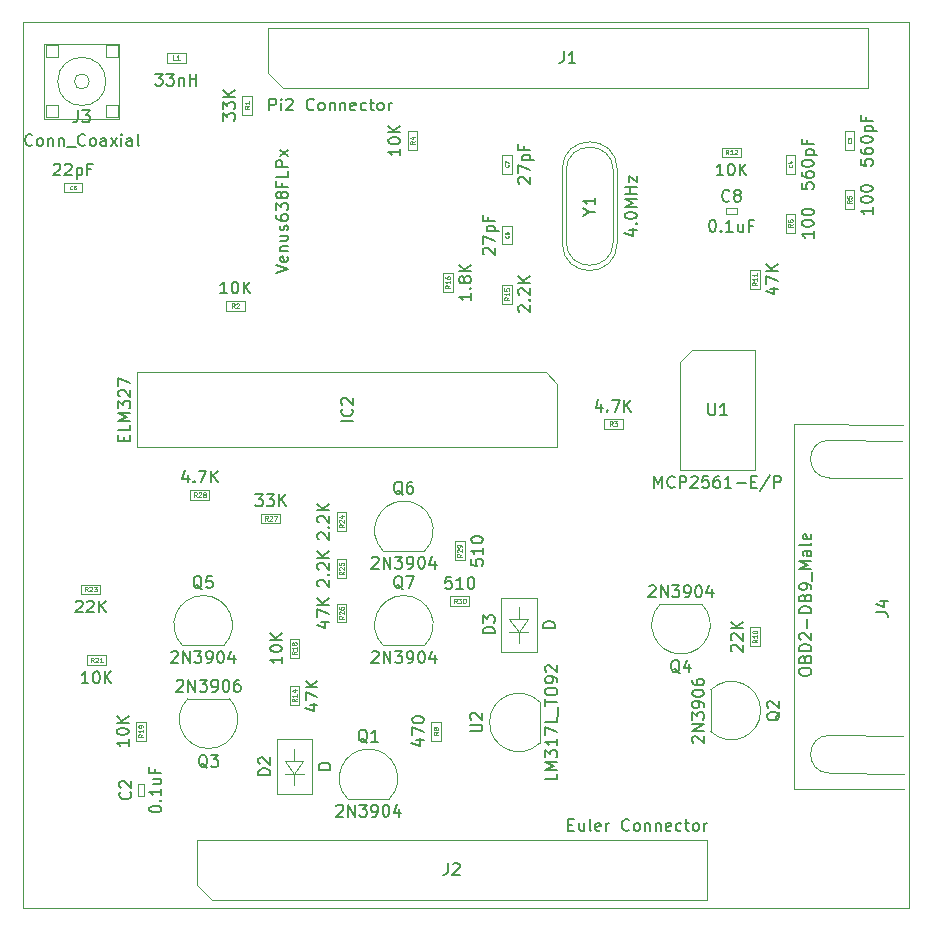
<source format=gbr>
G04 #@! TF.GenerationSoftware,KiCad,Pcbnew,(5.0.1)-3*
G04 #@! TF.CreationDate,2018-11-29T07:36:31-08:00*
G04 #@! TF.ProjectId,DashSight-Mezzanine-Card,4461736853696768742D4D657A7A616E,rev?*
G04 #@! TF.SameCoordinates,Original*
G04 #@! TF.FileFunction,Other,Fab,Top*
%FSLAX46Y46*%
G04 Gerber Fmt 4.6, Leading zero omitted, Abs format (unit mm)*
G04 Created by KiCad (PCBNEW (5.0.1)-3) date 29/11/2018 7:36:31 AM*
%MOMM*%
%LPD*%
G01*
G04 APERTURE LIST*
%ADD10C,0.100000*%
%ADD11C,0.150000*%
%ADD12C,0.075000*%
G04 APERTURE END LIST*
D10*
X125000000Y-125000000D02*
X125000000Y-50000000D01*
X200000000Y-125000000D02*
X125000000Y-125000000D01*
X200000000Y-50000000D02*
X200000000Y-125000000D01*
X125000000Y-50000000D02*
X200000000Y-50000000D01*
G04 #@! TO.C,J4*
X199400000Y-85400000D02*
X193300000Y-85360000D01*
X199400000Y-88600000D02*
X193300000Y-88560000D01*
X199500000Y-110400000D02*
X193300000Y-110360000D01*
X199600000Y-113600000D02*
X193300000Y-113560000D01*
X190300000Y-84035000D02*
X190300000Y-114885000D01*
X199500000Y-84100000D02*
X190300000Y-84035000D01*
X190300000Y-114885000D02*
X199600000Y-114900000D01*
X193300000Y-85360000D02*
G75*
G03X193300000Y-88560000I0J-1600000D01*
G01*
X193300000Y-110360000D02*
G75*
G03X193300000Y-113560000I0J-1600000D01*
G01*
G04 #@! TO.C,IC2*
X170270000Y-80635000D02*
X170270000Y-85985000D01*
X170270000Y-85985000D02*
X134710000Y-85985000D01*
X134710000Y-85985000D02*
X134710000Y-79635000D01*
X134710000Y-79635000D02*
X169270000Y-79635000D01*
X169270000Y-79635000D02*
X170270000Y-80635000D01*
G04 #@! TO.C,C2*
X135250000Y-115500000D02*
X134750000Y-115500000D01*
X135250000Y-114500000D02*
X135250000Y-115500000D01*
X134750000Y-114500000D02*
X135250000Y-114500000D01*
X134750000Y-115500000D02*
X134750000Y-114500000D01*
G04 #@! TO.C,C8*
X184500000Y-66250000D02*
X184500000Y-65750000D01*
X185500000Y-66250000D02*
X184500000Y-66250000D01*
X185500000Y-65750000D02*
X185500000Y-66250000D01*
X184500000Y-65750000D02*
X185500000Y-65750000D01*
G04 #@! TO.C,C3*
X194600000Y-60800000D02*
X194600000Y-59200000D01*
X194600000Y-59200000D02*
X195400000Y-59200000D01*
X195400000Y-59200000D02*
X195400000Y-60800000D01*
X195400000Y-60800000D02*
X194600000Y-60800000D01*
G04 #@! TO.C,C4*
X189600000Y-62800000D02*
X189600000Y-61200000D01*
X189600000Y-61200000D02*
X190400000Y-61200000D01*
X190400000Y-61200000D02*
X190400000Y-62800000D01*
X190400000Y-62800000D02*
X189600000Y-62800000D01*
G04 #@! TO.C,C5*
X130050000Y-64400000D02*
X128450000Y-64400000D01*
X128450000Y-64400000D02*
X128450000Y-63600000D01*
X128450000Y-63600000D02*
X130050000Y-63600000D01*
X130050000Y-63600000D02*
X130050000Y-64400000D01*
G04 #@! TO.C,C6*
X166400000Y-67200000D02*
X166400000Y-68800000D01*
X166400000Y-68800000D02*
X165600000Y-68800000D01*
X165600000Y-68800000D02*
X165600000Y-67200000D01*
X165600000Y-67200000D02*
X166400000Y-67200000D01*
G04 #@! TO.C,C7*
X165600000Y-62800000D02*
X165600000Y-61200000D01*
X165600000Y-61200000D02*
X166400000Y-61200000D01*
X166400000Y-61200000D02*
X166400000Y-62800000D01*
X166400000Y-62800000D02*
X165600000Y-62800000D01*
G04 #@! TO.C,J3*
X132030000Y-51950000D02*
X133050000Y-51950000D01*
X133170000Y-51830000D02*
X133170000Y-58170000D01*
X126830000Y-58170000D02*
X133170000Y-58170000D01*
X126830000Y-51830000D02*
X126830000Y-58170000D01*
X126830000Y-51830000D02*
X133170000Y-51830000D01*
X127970000Y-51950000D02*
X127970000Y-52970000D01*
X126950000Y-52970000D02*
X127970000Y-52970000D01*
X127970000Y-57030000D02*
X127970000Y-58050000D01*
X126950000Y-57030000D02*
X127970000Y-57030000D01*
X132030000Y-51950000D02*
X132030000Y-52970000D01*
X132030000Y-52970000D02*
X133050000Y-52970000D01*
X133050000Y-57030000D02*
X132030000Y-57030000D01*
X132030000Y-57030000D02*
X132030000Y-58050000D01*
X132040000Y-55000000D02*
G75*
G03X132040000Y-55000000I-2040000J0D01*
G01*
X130635000Y-55000000D02*
G75*
G03X130635000Y-55000000I-635000J0D01*
G01*
X133050000Y-51950000D02*
X133050000Y-52970000D01*
X126950000Y-51950000D02*
X126950000Y-52970000D01*
X126950000Y-51950000D02*
X127970000Y-51950000D01*
X126950000Y-58050000D02*
X127970000Y-58050000D01*
X126950000Y-58050000D02*
X126950000Y-57030000D01*
X133050000Y-57030000D02*
X133050000Y-58050000D01*
X132030000Y-58050000D02*
X133050000Y-58050000D01*
G04 #@! TO.C,Y1*
X170675000Y-68685000D02*
X170675000Y-62435000D01*
X175325000Y-68685000D02*
X175325000Y-62435000D01*
X171000000Y-68560000D02*
X171000000Y-62560000D01*
X175000000Y-68560000D02*
X175000000Y-62560000D01*
X175325000Y-68685000D02*
G75*
G02X170675000Y-68685000I-2325000J0D01*
G01*
X175325000Y-62435000D02*
G75*
G03X170675000Y-62435000I-2325000J0D01*
G01*
X175000000Y-68560000D02*
G75*
G02X171000000Y-68560000I-2000000J0D01*
G01*
X175000000Y-62560000D02*
G75*
G03X171000000Y-62560000I-2000000J0D01*
G01*
G04 #@! TO.C,D2*
X149500000Y-110700000D02*
X149500000Y-115300000D01*
X149500000Y-115300000D02*
X146500000Y-115300000D01*
X146500000Y-110700000D02*
X149500000Y-110700000D01*
X146500000Y-110700000D02*
X146500000Y-115300000D01*
X148001020Y-113649440D02*
X148001020Y-114551140D01*
X148001020Y-112498820D02*
X148001020Y-111500600D01*
X147200920Y-113649440D02*
X148801120Y-113649440D01*
X148750320Y-112498820D02*
X147200920Y-112498820D01*
X148001020Y-113649440D02*
X148750320Y-112498820D01*
X148001020Y-113649440D02*
X147200920Y-112498820D01*
G04 #@! TO.C,D3*
X168500000Y-98700000D02*
X168500000Y-103300000D01*
X168500000Y-103300000D02*
X165500000Y-103300000D01*
X165500000Y-98700000D02*
X168500000Y-98700000D01*
X165500000Y-98700000D02*
X165500000Y-103300000D01*
X167001020Y-101649440D02*
X167001020Y-102551140D01*
X167001020Y-100498820D02*
X167001020Y-99500600D01*
X166200920Y-101649440D02*
X167801120Y-101649440D01*
X167750320Y-100498820D02*
X166200920Y-100498820D01*
X167001020Y-101649440D02*
X167750320Y-100498820D01*
X167001020Y-101649440D02*
X166200920Y-100498820D01*
G04 #@! TO.C,U1*
X181635000Y-77730000D02*
X186985000Y-77730000D01*
X186985000Y-77730000D02*
X186985000Y-87890000D01*
X186985000Y-87890000D02*
X180635000Y-87890000D01*
X180635000Y-87890000D02*
X180635000Y-78730000D01*
X180635000Y-78730000D02*
X181635000Y-77730000D01*
G04 #@! TO.C,L1*
X137200000Y-53400000D02*
X137200000Y-52600000D01*
X138800000Y-53400000D02*
X137200000Y-53400000D01*
X138800000Y-52600000D02*
X138800000Y-53400000D01*
X137200000Y-52600000D02*
X138800000Y-52600000D01*
G04 #@! TO.C,J2*
X139730000Y-123000000D02*
X139730000Y-119190000D01*
X139730000Y-119190000D02*
X182910000Y-119190000D01*
X182910000Y-119190000D02*
X182910000Y-124270000D01*
X182910000Y-124270000D02*
X141000000Y-124270000D01*
X141000000Y-124270000D02*
X139730000Y-123000000D01*
G04 #@! TO.C,J1*
X145730000Y-54250000D02*
X145730000Y-50440000D01*
X145730000Y-50440000D02*
X196530000Y-50440000D01*
X196530000Y-50440000D02*
X196530000Y-55520000D01*
X196530000Y-55520000D02*
X147000000Y-55520000D01*
X147000000Y-55520000D02*
X145730000Y-54250000D01*
G04 #@! TO.C,R25*
X151600000Y-95450000D02*
X152400000Y-95450000D01*
X151600000Y-97050000D02*
X151600000Y-95450000D01*
X152400000Y-97050000D02*
X151600000Y-97050000D01*
X152400000Y-95450000D02*
X152400000Y-97050000D01*
G04 #@! TO.C,R26*
X151600000Y-99200000D02*
X152400000Y-99200000D01*
X151600000Y-100800000D02*
X151600000Y-99200000D01*
X152400000Y-100800000D02*
X151600000Y-100800000D01*
X152400000Y-99200000D02*
X152400000Y-100800000D01*
G04 #@! TO.C,R27*
X146800000Y-91600000D02*
X146800000Y-92400000D01*
X145200000Y-91600000D02*
X146800000Y-91600000D01*
X145200000Y-92400000D02*
X145200000Y-91600000D01*
X146800000Y-92400000D02*
X145200000Y-92400000D01*
G04 #@! TO.C,R28*
X140800000Y-89600000D02*
X140800000Y-90400000D01*
X139200000Y-89600000D02*
X140800000Y-89600000D01*
X139200000Y-90400000D02*
X139200000Y-89600000D01*
X140800000Y-90400000D02*
X139200000Y-90400000D01*
G04 #@! TO.C,R29*
X162400000Y-95550000D02*
X161600000Y-95550000D01*
X162400000Y-93950000D02*
X162400000Y-95550000D01*
X161600000Y-93950000D02*
X162400000Y-93950000D01*
X161600000Y-95550000D02*
X161600000Y-93950000D01*
G04 #@! TO.C,R30*
X162800000Y-98600000D02*
X162800000Y-99400000D01*
X161200000Y-98600000D02*
X162800000Y-98600000D01*
X161200000Y-99400000D02*
X161200000Y-98600000D01*
X162800000Y-99400000D02*
X161200000Y-99400000D01*
G04 #@! TO.C,R1*
X143600000Y-56200000D02*
X144400000Y-56200000D01*
X143600000Y-57800000D02*
X143600000Y-56200000D01*
X144400000Y-57800000D02*
X143600000Y-57800000D01*
X144400000Y-56200000D02*
X144400000Y-57800000D01*
G04 #@! TO.C,R23*
X129950000Y-98400000D02*
X129950000Y-97600000D01*
X131550000Y-98400000D02*
X129950000Y-98400000D01*
X131550000Y-97600000D02*
X131550000Y-98400000D01*
X129950000Y-97600000D02*
X131550000Y-97600000D01*
G04 #@! TO.C,R21*
X130450000Y-104400000D02*
X130450000Y-103600000D01*
X132050000Y-104400000D02*
X130450000Y-104400000D01*
X132050000Y-103600000D02*
X132050000Y-104400000D01*
X130450000Y-103600000D02*
X132050000Y-103600000D01*
G04 #@! TO.C,R19*
X134600000Y-109200000D02*
X135400000Y-109200000D01*
X134600000Y-110800000D02*
X134600000Y-109200000D01*
X135400000Y-110800000D02*
X134600000Y-110800000D01*
X135400000Y-109200000D02*
X135400000Y-110800000D01*
G04 #@! TO.C,R2*
X143800000Y-73600000D02*
X143800000Y-74400000D01*
X142200000Y-73600000D02*
X143800000Y-73600000D01*
X142200000Y-74400000D02*
X142200000Y-73600000D01*
X143800000Y-74400000D02*
X142200000Y-74400000D01*
G04 #@! TO.C,R18*
X147600000Y-102200000D02*
X148400000Y-102200000D01*
X147600000Y-103800000D02*
X147600000Y-102200000D01*
X148400000Y-103800000D02*
X147600000Y-103800000D01*
X148400000Y-102200000D02*
X148400000Y-103800000D01*
G04 #@! TO.C,R24*
X151600000Y-91450000D02*
X152400000Y-91450000D01*
X151600000Y-93050000D02*
X151600000Y-91450000D01*
X152400000Y-93050000D02*
X151600000Y-93050000D01*
X152400000Y-91450000D02*
X152400000Y-93050000D01*
G04 #@! TO.C,R16*
X161400000Y-72800000D02*
X160600000Y-72800000D01*
X161400000Y-71200000D02*
X161400000Y-72800000D01*
X160600000Y-71200000D02*
X161400000Y-71200000D01*
X160600000Y-72800000D02*
X160600000Y-71200000D01*
G04 #@! TO.C,R15*
X166400000Y-73800000D02*
X165600000Y-73800000D01*
X166400000Y-72200000D02*
X166400000Y-73800000D01*
X165600000Y-72200000D02*
X166400000Y-72200000D01*
X165600000Y-73800000D02*
X165600000Y-72200000D01*
G04 #@! TO.C,R3*
X175800000Y-83600000D02*
X175800000Y-84400000D01*
X174200000Y-83600000D02*
X175800000Y-83600000D01*
X174200000Y-84400000D02*
X174200000Y-83600000D01*
X175800000Y-84400000D02*
X174200000Y-84400000D01*
G04 #@! TO.C,R12*
X184200000Y-61400000D02*
X184200000Y-60600000D01*
X185800000Y-61400000D02*
X184200000Y-61400000D01*
X185800000Y-60600000D02*
X185800000Y-61400000D01*
X184200000Y-60600000D02*
X185800000Y-60600000D01*
G04 #@! TO.C,R11*
X187400000Y-72550000D02*
X186600000Y-72550000D01*
X187400000Y-70950000D02*
X187400000Y-72550000D01*
X186600000Y-70950000D02*
X187400000Y-70950000D01*
X186600000Y-72550000D02*
X186600000Y-70950000D01*
G04 #@! TO.C,R10*
X186600000Y-101200000D02*
X187400000Y-101200000D01*
X186600000Y-102800000D02*
X186600000Y-101200000D01*
X187400000Y-102800000D02*
X186600000Y-102800000D01*
X187400000Y-101200000D02*
X187400000Y-102800000D01*
G04 #@! TO.C,R6*
X190400000Y-67800000D02*
X189600000Y-67800000D01*
X190400000Y-66200000D02*
X190400000Y-67800000D01*
X189600000Y-66200000D02*
X190400000Y-66200000D01*
X189600000Y-67800000D02*
X189600000Y-66200000D01*
G04 #@! TO.C,R5*
X195400000Y-65800000D02*
X194600000Y-65800000D01*
X195400000Y-64200000D02*
X195400000Y-65800000D01*
X194600000Y-64200000D02*
X195400000Y-64200000D01*
X194600000Y-65800000D02*
X194600000Y-64200000D01*
G04 #@! TO.C,R4*
X157600000Y-59200000D02*
X158400000Y-59200000D01*
X157600000Y-60800000D02*
X157600000Y-59200000D01*
X158400000Y-60800000D02*
X157600000Y-60800000D01*
X158400000Y-59200000D02*
X158400000Y-60800000D01*
G04 #@! TO.C,R14*
X148400000Y-107800000D02*
X147600000Y-107800000D01*
X148400000Y-106200000D02*
X148400000Y-107800000D01*
X147600000Y-106200000D02*
X148400000Y-106200000D01*
X147600000Y-107800000D02*
X147600000Y-106200000D01*
G04 #@! TO.C,R8*
X159600000Y-109200000D02*
X160400000Y-109200000D01*
X159600000Y-110800000D02*
X159600000Y-109200000D01*
X160400000Y-110800000D02*
X159600000Y-110800000D01*
X160400000Y-109200000D02*
X160400000Y-110800000D01*
G04 #@! TO.C,U2*
X168750000Y-111040000D02*
X168750000Y-107540000D01*
X168753625Y-107516375D02*
G75*
G03X164520000Y-109270000I-1753625J-1753625D01*
G01*
X168753625Y-111023625D02*
G75*
G02X164520000Y-109270000I-1753625J1753625D01*
G01*
G04 #@! TO.C,Q6*
X155500000Y-94750000D02*
X159000000Y-94750000D01*
X159023625Y-94753625D02*
G75*
G03X157270000Y-90520000I-1753625J1753625D01*
G01*
X155516375Y-94753625D02*
G75*
G02X157270000Y-90520000I1753625J1753625D01*
G01*
G04 #@! TO.C,Q7*
X155500000Y-102750000D02*
X159000000Y-102750000D01*
X159023625Y-102753625D02*
G75*
G03X157270000Y-98520000I-1753625J1753625D01*
G01*
X155516375Y-102753625D02*
G75*
G02X157270000Y-98520000I1753625J1753625D01*
G01*
G04 #@! TO.C,Q1*
X152500000Y-115750000D02*
X156000000Y-115750000D01*
X156023625Y-115753625D02*
G75*
G03X154270000Y-111520000I-1753625J1753625D01*
G01*
X152516375Y-115753625D02*
G75*
G02X154270000Y-111520000I1753625J1753625D01*
G01*
G04 #@! TO.C,Q2*
X183250000Y-106500000D02*
X183250000Y-110000000D01*
X183246375Y-110023625D02*
G75*
G03X187480000Y-108270000I1753625J1753625D01*
G01*
X183246375Y-106516375D02*
G75*
G02X187480000Y-108270000I1753625J-1753625D01*
G01*
G04 #@! TO.C,Q3*
X142500000Y-107250000D02*
X139000000Y-107250000D01*
X138976375Y-107246375D02*
G75*
G03X140730000Y-111480000I1753625J-1753625D01*
G01*
X142483625Y-107246375D02*
G75*
G02X140730000Y-111480000I-1753625J-1753625D01*
G01*
G04 #@! TO.C,Q4*
X182500000Y-99250000D02*
X179000000Y-99250000D01*
X178976375Y-99246375D02*
G75*
G03X180730000Y-103480000I1753625J-1753625D01*
G01*
X182483625Y-99246375D02*
G75*
G02X180730000Y-103480000I-1753625J-1753625D01*
G01*
G04 #@! TO.C,Q5*
X138500000Y-102750000D02*
X142000000Y-102750000D01*
X142023625Y-102753625D02*
G75*
G03X140270000Y-98520000I-1753625J1753625D01*
G01*
X138516375Y-102753625D02*
G75*
G02X140270000Y-98520000I1753625J1753625D01*
G01*
G04 #@! TD*
G04 #@! TO.C,J4*
D11*
X190752380Y-105061904D02*
X190752380Y-104871428D01*
X190800000Y-104776190D01*
X190895238Y-104680952D01*
X191085714Y-104633333D01*
X191419047Y-104633333D01*
X191609523Y-104680952D01*
X191704761Y-104776190D01*
X191752380Y-104871428D01*
X191752380Y-105061904D01*
X191704761Y-105157142D01*
X191609523Y-105252380D01*
X191419047Y-105300000D01*
X191085714Y-105300000D01*
X190895238Y-105252380D01*
X190800000Y-105157142D01*
X190752380Y-105061904D01*
X191228571Y-103871428D02*
X191276190Y-103728571D01*
X191323809Y-103680952D01*
X191419047Y-103633333D01*
X191561904Y-103633333D01*
X191657142Y-103680952D01*
X191704761Y-103728571D01*
X191752380Y-103823809D01*
X191752380Y-104204761D01*
X190752380Y-104204761D01*
X190752380Y-103871428D01*
X190800000Y-103776190D01*
X190847619Y-103728571D01*
X190942857Y-103680952D01*
X191038095Y-103680952D01*
X191133333Y-103728571D01*
X191180952Y-103776190D01*
X191228571Y-103871428D01*
X191228571Y-104204761D01*
X191752380Y-103204761D02*
X190752380Y-103204761D01*
X190752380Y-102966666D01*
X190800000Y-102823809D01*
X190895238Y-102728571D01*
X190990476Y-102680952D01*
X191180952Y-102633333D01*
X191323809Y-102633333D01*
X191514285Y-102680952D01*
X191609523Y-102728571D01*
X191704761Y-102823809D01*
X191752380Y-102966666D01*
X191752380Y-103204761D01*
X190847619Y-102252380D02*
X190800000Y-102204761D01*
X190752380Y-102109523D01*
X190752380Y-101871428D01*
X190800000Y-101776190D01*
X190847619Y-101728571D01*
X190942857Y-101680952D01*
X191038095Y-101680952D01*
X191180952Y-101728571D01*
X191752380Y-102300000D01*
X191752380Y-101680952D01*
X191371428Y-101252380D02*
X191371428Y-100490476D01*
X191752380Y-100014285D02*
X190752380Y-100014285D01*
X190752380Y-99776190D01*
X190800000Y-99633333D01*
X190895238Y-99538095D01*
X190990476Y-99490476D01*
X191180952Y-99442857D01*
X191323809Y-99442857D01*
X191514285Y-99490476D01*
X191609523Y-99538095D01*
X191704761Y-99633333D01*
X191752380Y-99776190D01*
X191752380Y-100014285D01*
X191228571Y-98680952D02*
X191276190Y-98538095D01*
X191323809Y-98490476D01*
X191419047Y-98442857D01*
X191561904Y-98442857D01*
X191657142Y-98490476D01*
X191704761Y-98538095D01*
X191752380Y-98633333D01*
X191752380Y-99014285D01*
X190752380Y-99014285D01*
X190752380Y-98680952D01*
X190800000Y-98585714D01*
X190847619Y-98538095D01*
X190942857Y-98490476D01*
X191038095Y-98490476D01*
X191133333Y-98538095D01*
X191180952Y-98585714D01*
X191228571Y-98680952D01*
X191228571Y-99014285D01*
X191752380Y-97966666D02*
X191752380Y-97776190D01*
X191704761Y-97680952D01*
X191657142Y-97633333D01*
X191514285Y-97538095D01*
X191323809Y-97490476D01*
X190942857Y-97490476D01*
X190847619Y-97538095D01*
X190800000Y-97585714D01*
X190752380Y-97680952D01*
X190752380Y-97871428D01*
X190800000Y-97966666D01*
X190847619Y-98014285D01*
X190942857Y-98061904D01*
X191180952Y-98061904D01*
X191276190Y-98014285D01*
X191323809Y-97966666D01*
X191371428Y-97871428D01*
X191371428Y-97680952D01*
X191323809Y-97585714D01*
X191276190Y-97538095D01*
X191180952Y-97490476D01*
X191847619Y-97300000D02*
X191847619Y-96538095D01*
X191752380Y-96300000D02*
X190752380Y-96300000D01*
X191466666Y-95966666D01*
X190752380Y-95633333D01*
X191752380Y-95633333D01*
X191752380Y-94728571D02*
X191228571Y-94728571D01*
X191133333Y-94776190D01*
X191085714Y-94871428D01*
X191085714Y-95061904D01*
X191133333Y-95157142D01*
X191704761Y-94728571D02*
X191752380Y-94823809D01*
X191752380Y-95061904D01*
X191704761Y-95157142D01*
X191609523Y-95204761D01*
X191514285Y-95204761D01*
X191419047Y-95157142D01*
X191371428Y-95061904D01*
X191371428Y-94823809D01*
X191323809Y-94728571D01*
X191752380Y-94109523D02*
X191704761Y-94204761D01*
X191609523Y-94252380D01*
X190752380Y-94252380D01*
X191704761Y-93347619D02*
X191752380Y-93442857D01*
X191752380Y-93633333D01*
X191704761Y-93728571D01*
X191609523Y-93776190D01*
X191228571Y-93776190D01*
X191133333Y-93728571D01*
X191085714Y-93633333D01*
X191085714Y-93442857D01*
X191133333Y-93347619D01*
X191228571Y-93300000D01*
X191323809Y-93300000D01*
X191419047Y-93776190D01*
X197252380Y-99933333D02*
X197966666Y-99933333D01*
X198109523Y-99980952D01*
X198204761Y-100076190D01*
X198252380Y-100219047D01*
X198252380Y-100314285D01*
X197585714Y-99028571D02*
X198252380Y-99028571D01*
X197204761Y-99266666D02*
X197919047Y-99504761D01*
X197919047Y-98885714D01*
G04 #@! TO.C,IC1*
X146452380Y-71238095D02*
X147452380Y-70904761D01*
X146452380Y-70571428D01*
X147404761Y-69857142D02*
X147452380Y-69952380D01*
X147452380Y-70142857D01*
X147404761Y-70238095D01*
X147309523Y-70285714D01*
X146928571Y-70285714D01*
X146833333Y-70238095D01*
X146785714Y-70142857D01*
X146785714Y-69952380D01*
X146833333Y-69857142D01*
X146928571Y-69809523D01*
X147023809Y-69809523D01*
X147119047Y-70285714D01*
X146785714Y-69380952D02*
X147452380Y-69380952D01*
X146880952Y-69380952D02*
X146833333Y-69333333D01*
X146785714Y-69238095D01*
X146785714Y-69095238D01*
X146833333Y-69000000D01*
X146928571Y-68952380D01*
X147452380Y-68952380D01*
X146785714Y-68047619D02*
X147452380Y-68047619D01*
X146785714Y-68476190D02*
X147309523Y-68476190D01*
X147404761Y-68428571D01*
X147452380Y-68333333D01*
X147452380Y-68190476D01*
X147404761Y-68095238D01*
X147357142Y-68047619D01*
X147404761Y-67619047D02*
X147452380Y-67523809D01*
X147452380Y-67333333D01*
X147404761Y-67238095D01*
X147309523Y-67190476D01*
X147261904Y-67190476D01*
X147166666Y-67238095D01*
X147119047Y-67333333D01*
X147119047Y-67476190D01*
X147071428Y-67571428D01*
X146976190Y-67619047D01*
X146928571Y-67619047D01*
X146833333Y-67571428D01*
X146785714Y-67476190D01*
X146785714Y-67333333D01*
X146833333Y-67238095D01*
X146452380Y-66333333D02*
X146452380Y-66523809D01*
X146500000Y-66619047D01*
X146547619Y-66666666D01*
X146690476Y-66761904D01*
X146880952Y-66809523D01*
X147261904Y-66809523D01*
X147357142Y-66761904D01*
X147404761Y-66714285D01*
X147452380Y-66619047D01*
X147452380Y-66428571D01*
X147404761Y-66333333D01*
X147357142Y-66285714D01*
X147261904Y-66238095D01*
X147023809Y-66238095D01*
X146928571Y-66285714D01*
X146880952Y-66333333D01*
X146833333Y-66428571D01*
X146833333Y-66619047D01*
X146880952Y-66714285D01*
X146928571Y-66761904D01*
X147023809Y-66809523D01*
X146452380Y-65904761D02*
X146452380Y-65285714D01*
X146833333Y-65619047D01*
X146833333Y-65476190D01*
X146880952Y-65380952D01*
X146928571Y-65333333D01*
X147023809Y-65285714D01*
X147261904Y-65285714D01*
X147357142Y-65333333D01*
X147404761Y-65380952D01*
X147452380Y-65476190D01*
X147452380Y-65761904D01*
X147404761Y-65857142D01*
X147357142Y-65904761D01*
X146880952Y-64714285D02*
X146833333Y-64809523D01*
X146785714Y-64857142D01*
X146690476Y-64904761D01*
X146642857Y-64904761D01*
X146547619Y-64857142D01*
X146500000Y-64809523D01*
X146452380Y-64714285D01*
X146452380Y-64523809D01*
X146500000Y-64428571D01*
X146547619Y-64380952D01*
X146642857Y-64333333D01*
X146690476Y-64333333D01*
X146785714Y-64380952D01*
X146833333Y-64428571D01*
X146880952Y-64523809D01*
X146880952Y-64714285D01*
X146928571Y-64809523D01*
X146976190Y-64857142D01*
X147071428Y-64904761D01*
X147261904Y-64904761D01*
X147357142Y-64857142D01*
X147404761Y-64809523D01*
X147452380Y-64714285D01*
X147452380Y-64523809D01*
X147404761Y-64428571D01*
X147357142Y-64380952D01*
X147261904Y-64333333D01*
X147071428Y-64333333D01*
X146976190Y-64380952D01*
X146928571Y-64428571D01*
X146880952Y-64523809D01*
X146928571Y-63571428D02*
X146928571Y-63904761D01*
X147452380Y-63904761D02*
X146452380Y-63904761D01*
X146452380Y-63428571D01*
X147452380Y-62571428D02*
X147452380Y-63047619D01*
X146452380Y-63047619D01*
X147452380Y-62238095D02*
X146452380Y-62238095D01*
X146452380Y-61857142D01*
X146500000Y-61761904D01*
X146547619Y-61714285D01*
X146642857Y-61666666D01*
X146785714Y-61666666D01*
X146880952Y-61714285D01*
X146928571Y-61761904D01*
X146976190Y-61857142D01*
X146976190Y-62238095D01*
X147452380Y-61333333D02*
X146785714Y-60809523D01*
X146785714Y-61333333D02*
X147452380Y-60809523D01*
G04 #@! TO.C,IC2*
X133578571Y-85429047D02*
X133578571Y-85095714D01*
X134102380Y-84952857D02*
X134102380Y-85429047D01*
X133102380Y-85429047D01*
X133102380Y-84952857D01*
X134102380Y-84048095D02*
X134102380Y-84524285D01*
X133102380Y-84524285D01*
X134102380Y-83714761D02*
X133102380Y-83714761D01*
X133816666Y-83381428D01*
X133102380Y-83048095D01*
X134102380Y-83048095D01*
X133102380Y-82667142D02*
X133102380Y-82048095D01*
X133483333Y-82381428D01*
X133483333Y-82238571D01*
X133530952Y-82143333D01*
X133578571Y-82095714D01*
X133673809Y-82048095D01*
X133911904Y-82048095D01*
X134007142Y-82095714D01*
X134054761Y-82143333D01*
X134102380Y-82238571D01*
X134102380Y-82524285D01*
X134054761Y-82619523D01*
X134007142Y-82667142D01*
X133197619Y-81667142D02*
X133150000Y-81619523D01*
X133102380Y-81524285D01*
X133102380Y-81286190D01*
X133150000Y-81190952D01*
X133197619Y-81143333D01*
X133292857Y-81095714D01*
X133388095Y-81095714D01*
X133530952Y-81143333D01*
X134102380Y-81714761D01*
X134102380Y-81095714D01*
X133102380Y-80762380D02*
X133102380Y-80095714D01*
X134102380Y-80524285D01*
X152942380Y-83786190D02*
X151942380Y-83786190D01*
X152847142Y-82738571D02*
X152894761Y-82786190D01*
X152942380Y-82929047D01*
X152942380Y-83024285D01*
X152894761Y-83167142D01*
X152799523Y-83262380D01*
X152704285Y-83310000D01*
X152513809Y-83357619D01*
X152370952Y-83357619D01*
X152180476Y-83310000D01*
X152085238Y-83262380D01*
X151990000Y-83167142D01*
X151942380Y-83024285D01*
X151942380Y-82929047D01*
X151990000Y-82786190D01*
X152037619Y-82738571D01*
X152037619Y-82357619D02*
X151990000Y-82310000D01*
X151942380Y-82214761D01*
X151942380Y-81976666D01*
X151990000Y-81881428D01*
X152037619Y-81833809D01*
X152132857Y-81786190D01*
X152228095Y-81786190D01*
X152370952Y-81833809D01*
X152942380Y-82405238D01*
X152942380Y-81786190D01*
G04 #@! TO.C,C2*
X135722380Y-116642857D02*
X135722380Y-116547619D01*
X135770000Y-116452380D01*
X135817619Y-116404761D01*
X135912857Y-116357142D01*
X136103333Y-116309523D01*
X136341428Y-116309523D01*
X136531904Y-116357142D01*
X136627142Y-116404761D01*
X136674761Y-116452380D01*
X136722380Y-116547619D01*
X136722380Y-116642857D01*
X136674761Y-116738095D01*
X136627142Y-116785714D01*
X136531904Y-116833333D01*
X136341428Y-116880952D01*
X136103333Y-116880952D01*
X135912857Y-116833333D01*
X135817619Y-116785714D01*
X135770000Y-116738095D01*
X135722380Y-116642857D01*
X136627142Y-115880952D02*
X136674761Y-115833333D01*
X136722380Y-115880952D01*
X136674761Y-115928571D01*
X136627142Y-115880952D01*
X136722380Y-115880952D01*
X136722380Y-114880952D02*
X136722380Y-115452380D01*
X136722380Y-115166666D02*
X135722380Y-115166666D01*
X135865238Y-115261904D01*
X135960476Y-115357142D01*
X136008095Y-115452380D01*
X136055714Y-114023809D02*
X136722380Y-114023809D01*
X136055714Y-114452380D02*
X136579523Y-114452380D01*
X136674761Y-114404761D01*
X136722380Y-114309523D01*
X136722380Y-114166666D01*
X136674761Y-114071428D01*
X136627142Y-114023809D01*
X136198571Y-113214285D02*
X136198571Y-113547619D01*
X136722380Y-113547619D02*
X135722380Y-113547619D01*
X135722380Y-113071428D01*
X134087142Y-115166666D02*
X134134761Y-115214285D01*
X134182380Y-115357142D01*
X134182380Y-115452380D01*
X134134761Y-115595238D01*
X134039523Y-115690476D01*
X133944285Y-115738095D01*
X133753809Y-115785714D01*
X133610952Y-115785714D01*
X133420476Y-115738095D01*
X133325238Y-115690476D01*
X133230000Y-115595238D01*
X133182380Y-115452380D01*
X133182380Y-115357142D01*
X133230000Y-115214285D01*
X133277619Y-115166666D01*
X133277619Y-114785714D02*
X133230000Y-114738095D01*
X133182380Y-114642857D01*
X133182380Y-114404761D01*
X133230000Y-114309523D01*
X133277619Y-114261904D01*
X133372857Y-114214285D01*
X133468095Y-114214285D01*
X133610952Y-114261904D01*
X134182380Y-114833333D01*
X134182380Y-114214285D01*
G04 #@! TO.C,C8*
X183357142Y-66722380D02*
X183452380Y-66722380D01*
X183547619Y-66770000D01*
X183595238Y-66817619D01*
X183642857Y-66912857D01*
X183690476Y-67103333D01*
X183690476Y-67341428D01*
X183642857Y-67531904D01*
X183595238Y-67627142D01*
X183547619Y-67674761D01*
X183452380Y-67722380D01*
X183357142Y-67722380D01*
X183261904Y-67674761D01*
X183214285Y-67627142D01*
X183166666Y-67531904D01*
X183119047Y-67341428D01*
X183119047Y-67103333D01*
X183166666Y-66912857D01*
X183214285Y-66817619D01*
X183261904Y-66770000D01*
X183357142Y-66722380D01*
X184119047Y-67627142D02*
X184166666Y-67674761D01*
X184119047Y-67722380D01*
X184071428Y-67674761D01*
X184119047Y-67627142D01*
X184119047Y-67722380D01*
X185119047Y-67722380D02*
X184547619Y-67722380D01*
X184833333Y-67722380D02*
X184833333Y-66722380D01*
X184738095Y-66865238D01*
X184642857Y-66960476D01*
X184547619Y-67008095D01*
X185976190Y-67055714D02*
X185976190Y-67722380D01*
X185547619Y-67055714D02*
X185547619Y-67579523D01*
X185595238Y-67674761D01*
X185690476Y-67722380D01*
X185833333Y-67722380D01*
X185928571Y-67674761D01*
X185976190Y-67627142D01*
X186785714Y-67198571D02*
X186452380Y-67198571D01*
X186452380Y-67722380D02*
X186452380Y-66722380D01*
X186928571Y-66722380D01*
X184833333Y-65087142D02*
X184785714Y-65134761D01*
X184642857Y-65182380D01*
X184547619Y-65182380D01*
X184404761Y-65134761D01*
X184309523Y-65039523D01*
X184261904Y-64944285D01*
X184214285Y-64753809D01*
X184214285Y-64610952D01*
X184261904Y-64420476D01*
X184309523Y-64325238D01*
X184404761Y-64230000D01*
X184547619Y-64182380D01*
X184642857Y-64182380D01*
X184785714Y-64230000D01*
X184833333Y-64277619D01*
X185404761Y-64610952D02*
X185309523Y-64563333D01*
X185261904Y-64515714D01*
X185214285Y-64420476D01*
X185214285Y-64372857D01*
X185261904Y-64277619D01*
X185309523Y-64230000D01*
X185404761Y-64182380D01*
X185595238Y-64182380D01*
X185690476Y-64230000D01*
X185738095Y-64277619D01*
X185785714Y-64372857D01*
X185785714Y-64420476D01*
X185738095Y-64515714D01*
X185690476Y-64563333D01*
X185595238Y-64610952D01*
X185404761Y-64610952D01*
X185309523Y-64658571D01*
X185261904Y-64706190D01*
X185214285Y-64801428D01*
X185214285Y-64991904D01*
X185261904Y-65087142D01*
X185309523Y-65134761D01*
X185404761Y-65182380D01*
X185595238Y-65182380D01*
X185690476Y-65134761D01*
X185738095Y-65087142D01*
X185785714Y-64991904D01*
X185785714Y-64801428D01*
X185738095Y-64706190D01*
X185690476Y-64658571D01*
X185595238Y-64610952D01*
G04 #@! TO.C,C3*
X195952380Y-61595238D02*
X195952380Y-62071428D01*
X196428571Y-62119047D01*
X196380952Y-62071428D01*
X196333333Y-61976190D01*
X196333333Y-61738095D01*
X196380952Y-61642857D01*
X196428571Y-61595238D01*
X196523809Y-61547619D01*
X196761904Y-61547619D01*
X196857142Y-61595238D01*
X196904761Y-61642857D01*
X196952380Y-61738095D01*
X196952380Y-61976190D01*
X196904761Y-62071428D01*
X196857142Y-62119047D01*
X195952380Y-60690476D02*
X195952380Y-60880952D01*
X196000000Y-60976190D01*
X196047619Y-61023809D01*
X196190476Y-61119047D01*
X196380952Y-61166666D01*
X196761904Y-61166666D01*
X196857142Y-61119047D01*
X196904761Y-61071428D01*
X196952380Y-60976190D01*
X196952380Y-60785714D01*
X196904761Y-60690476D01*
X196857142Y-60642857D01*
X196761904Y-60595238D01*
X196523809Y-60595238D01*
X196428571Y-60642857D01*
X196380952Y-60690476D01*
X196333333Y-60785714D01*
X196333333Y-60976190D01*
X196380952Y-61071428D01*
X196428571Y-61119047D01*
X196523809Y-61166666D01*
X195952380Y-59976190D02*
X195952380Y-59880952D01*
X196000000Y-59785714D01*
X196047619Y-59738095D01*
X196142857Y-59690476D01*
X196333333Y-59642857D01*
X196571428Y-59642857D01*
X196761904Y-59690476D01*
X196857142Y-59738095D01*
X196904761Y-59785714D01*
X196952380Y-59880952D01*
X196952380Y-59976190D01*
X196904761Y-60071428D01*
X196857142Y-60119047D01*
X196761904Y-60166666D01*
X196571428Y-60214285D01*
X196333333Y-60214285D01*
X196142857Y-60166666D01*
X196047619Y-60119047D01*
X196000000Y-60071428D01*
X195952380Y-59976190D01*
X196285714Y-59214285D02*
X197285714Y-59214285D01*
X196333333Y-59214285D02*
X196285714Y-59119047D01*
X196285714Y-58928571D01*
X196333333Y-58833333D01*
X196380952Y-58785714D01*
X196476190Y-58738095D01*
X196761904Y-58738095D01*
X196857142Y-58785714D01*
X196904761Y-58833333D01*
X196952380Y-58928571D01*
X196952380Y-59119047D01*
X196904761Y-59214285D01*
X196428571Y-57976190D02*
X196428571Y-58309523D01*
X196952380Y-58309523D02*
X195952380Y-58309523D01*
X195952380Y-57833333D01*
D12*
X195107142Y-60050000D02*
X195121428Y-60064285D01*
X195135714Y-60107142D01*
X195135714Y-60135714D01*
X195121428Y-60178571D01*
X195092857Y-60207142D01*
X195064285Y-60221428D01*
X195007142Y-60235714D01*
X194964285Y-60235714D01*
X194907142Y-60221428D01*
X194878571Y-60207142D01*
X194850000Y-60178571D01*
X194835714Y-60135714D01*
X194835714Y-60107142D01*
X194850000Y-60064285D01*
X194864285Y-60050000D01*
X194835714Y-59950000D02*
X194835714Y-59764285D01*
X194950000Y-59864285D01*
X194950000Y-59821428D01*
X194964285Y-59792857D01*
X194978571Y-59778571D01*
X195007142Y-59764285D01*
X195078571Y-59764285D01*
X195107142Y-59778571D01*
X195121428Y-59792857D01*
X195135714Y-59821428D01*
X195135714Y-59907142D01*
X195121428Y-59935714D01*
X195107142Y-59950000D01*
G04 #@! TO.C,C4*
D11*
X190952380Y-63595238D02*
X190952380Y-64071428D01*
X191428571Y-64119047D01*
X191380952Y-64071428D01*
X191333333Y-63976190D01*
X191333333Y-63738095D01*
X191380952Y-63642857D01*
X191428571Y-63595238D01*
X191523809Y-63547619D01*
X191761904Y-63547619D01*
X191857142Y-63595238D01*
X191904761Y-63642857D01*
X191952380Y-63738095D01*
X191952380Y-63976190D01*
X191904761Y-64071428D01*
X191857142Y-64119047D01*
X190952380Y-62690476D02*
X190952380Y-62880952D01*
X191000000Y-62976190D01*
X191047619Y-63023809D01*
X191190476Y-63119047D01*
X191380952Y-63166666D01*
X191761904Y-63166666D01*
X191857142Y-63119047D01*
X191904761Y-63071428D01*
X191952380Y-62976190D01*
X191952380Y-62785714D01*
X191904761Y-62690476D01*
X191857142Y-62642857D01*
X191761904Y-62595238D01*
X191523809Y-62595238D01*
X191428571Y-62642857D01*
X191380952Y-62690476D01*
X191333333Y-62785714D01*
X191333333Y-62976190D01*
X191380952Y-63071428D01*
X191428571Y-63119047D01*
X191523809Y-63166666D01*
X190952380Y-61976190D02*
X190952380Y-61880952D01*
X191000000Y-61785714D01*
X191047619Y-61738095D01*
X191142857Y-61690476D01*
X191333333Y-61642857D01*
X191571428Y-61642857D01*
X191761904Y-61690476D01*
X191857142Y-61738095D01*
X191904761Y-61785714D01*
X191952380Y-61880952D01*
X191952380Y-61976190D01*
X191904761Y-62071428D01*
X191857142Y-62119047D01*
X191761904Y-62166666D01*
X191571428Y-62214285D01*
X191333333Y-62214285D01*
X191142857Y-62166666D01*
X191047619Y-62119047D01*
X191000000Y-62071428D01*
X190952380Y-61976190D01*
X191285714Y-61214285D02*
X192285714Y-61214285D01*
X191333333Y-61214285D02*
X191285714Y-61119047D01*
X191285714Y-60928571D01*
X191333333Y-60833333D01*
X191380952Y-60785714D01*
X191476190Y-60738095D01*
X191761904Y-60738095D01*
X191857142Y-60785714D01*
X191904761Y-60833333D01*
X191952380Y-60928571D01*
X191952380Y-61119047D01*
X191904761Y-61214285D01*
X191428571Y-59976190D02*
X191428571Y-60309523D01*
X191952380Y-60309523D02*
X190952380Y-60309523D01*
X190952380Y-59833333D01*
D12*
X190107142Y-62050000D02*
X190121428Y-62064285D01*
X190135714Y-62107142D01*
X190135714Y-62135714D01*
X190121428Y-62178571D01*
X190092857Y-62207142D01*
X190064285Y-62221428D01*
X190007142Y-62235714D01*
X189964285Y-62235714D01*
X189907142Y-62221428D01*
X189878571Y-62207142D01*
X189850000Y-62178571D01*
X189835714Y-62135714D01*
X189835714Y-62107142D01*
X189850000Y-62064285D01*
X189864285Y-62050000D01*
X189935714Y-61792857D02*
X190135714Y-61792857D01*
X189821428Y-61864285D02*
X190035714Y-61935714D01*
X190035714Y-61750000D01*
G04 #@! TO.C,C5*
D11*
X127607142Y-62047619D02*
X127654761Y-62000000D01*
X127750000Y-61952380D01*
X127988095Y-61952380D01*
X128083333Y-62000000D01*
X128130952Y-62047619D01*
X128178571Y-62142857D01*
X128178571Y-62238095D01*
X128130952Y-62380952D01*
X127559523Y-62952380D01*
X128178571Y-62952380D01*
X128559523Y-62047619D02*
X128607142Y-62000000D01*
X128702380Y-61952380D01*
X128940476Y-61952380D01*
X129035714Y-62000000D01*
X129083333Y-62047619D01*
X129130952Y-62142857D01*
X129130952Y-62238095D01*
X129083333Y-62380952D01*
X128511904Y-62952380D01*
X129130952Y-62952380D01*
X129559523Y-62285714D02*
X129559523Y-63285714D01*
X129559523Y-62333333D02*
X129654761Y-62285714D01*
X129845238Y-62285714D01*
X129940476Y-62333333D01*
X129988095Y-62380952D01*
X130035714Y-62476190D01*
X130035714Y-62761904D01*
X129988095Y-62857142D01*
X129940476Y-62904761D01*
X129845238Y-62952380D01*
X129654761Y-62952380D01*
X129559523Y-62904761D01*
X130797619Y-62428571D02*
X130464285Y-62428571D01*
X130464285Y-62952380D02*
X130464285Y-61952380D01*
X130940476Y-61952380D01*
D12*
X129200000Y-64107142D02*
X129185714Y-64121428D01*
X129142857Y-64135714D01*
X129114285Y-64135714D01*
X129071428Y-64121428D01*
X129042857Y-64092857D01*
X129028571Y-64064285D01*
X129014285Y-64007142D01*
X129014285Y-63964285D01*
X129028571Y-63907142D01*
X129042857Y-63878571D01*
X129071428Y-63850000D01*
X129114285Y-63835714D01*
X129142857Y-63835714D01*
X129185714Y-63850000D01*
X129200000Y-63864285D01*
X129471428Y-63835714D02*
X129328571Y-63835714D01*
X129314285Y-63978571D01*
X129328571Y-63964285D01*
X129357142Y-63950000D01*
X129428571Y-63950000D01*
X129457142Y-63964285D01*
X129471428Y-63978571D01*
X129485714Y-64007142D01*
X129485714Y-64078571D01*
X129471428Y-64107142D01*
X129457142Y-64121428D01*
X129428571Y-64135714D01*
X129357142Y-64135714D01*
X129328571Y-64121428D01*
X129314285Y-64107142D01*
G04 #@! TO.C,C6*
D11*
X164047619Y-69642857D02*
X164000000Y-69595238D01*
X163952380Y-69500000D01*
X163952380Y-69261904D01*
X164000000Y-69166666D01*
X164047619Y-69119047D01*
X164142857Y-69071428D01*
X164238095Y-69071428D01*
X164380952Y-69119047D01*
X164952380Y-69690476D01*
X164952380Y-69071428D01*
X163952380Y-68738095D02*
X163952380Y-68071428D01*
X164952380Y-68500000D01*
X164285714Y-67690476D02*
X165285714Y-67690476D01*
X164333333Y-67690476D02*
X164285714Y-67595238D01*
X164285714Y-67404761D01*
X164333333Y-67309523D01*
X164380952Y-67261904D01*
X164476190Y-67214285D01*
X164761904Y-67214285D01*
X164857142Y-67261904D01*
X164904761Y-67309523D01*
X164952380Y-67404761D01*
X164952380Y-67595238D01*
X164904761Y-67690476D01*
X164428571Y-66452380D02*
X164428571Y-66785714D01*
X164952380Y-66785714D02*
X163952380Y-66785714D01*
X163952380Y-66309523D01*
D12*
X166107142Y-68050000D02*
X166121428Y-68064285D01*
X166135714Y-68107142D01*
X166135714Y-68135714D01*
X166121428Y-68178571D01*
X166092857Y-68207142D01*
X166064285Y-68221428D01*
X166007142Y-68235714D01*
X165964285Y-68235714D01*
X165907142Y-68221428D01*
X165878571Y-68207142D01*
X165850000Y-68178571D01*
X165835714Y-68135714D01*
X165835714Y-68107142D01*
X165850000Y-68064285D01*
X165864285Y-68050000D01*
X165835714Y-67792857D02*
X165835714Y-67850000D01*
X165850000Y-67878571D01*
X165864285Y-67892857D01*
X165907142Y-67921428D01*
X165964285Y-67935714D01*
X166078571Y-67935714D01*
X166107142Y-67921428D01*
X166121428Y-67907142D01*
X166135714Y-67878571D01*
X166135714Y-67821428D01*
X166121428Y-67792857D01*
X166107142Y-67778571D01*
X166078571Y-67764285D01*
X166007142Y-67764285D01*
X165978571Y-67778571D01*
X165964285Y-67792857D01*
X165950000Y-67821428D01*
X165950000Y-67878571D01*
X165964285Y-67907142D01*
X165978571Y-67921428D01*
X166007142Y-67935714D01*
G04 #@! TO.C,C7*
D11*
X167047619Y-63642857D02*
X167000000Y-63595238D01*
X166952380Y-63500000D01*
X166952380Y-63261904D01*
X167000000Y-63166666D01*
X167047619Y-63119047D01*
X167142857Y-63071428D01*
X167238095Y-63071428D01*
X167380952Y-63119047D01*
X167952380Y-63690476D01*
X167952380Y-63071428D01*
X166952380Y-62738095D02*
X166952380Y-62071428D01*
X167952380Y-62500000D01*
X167285714Y-61690476D02*
X168285714Y-61690476D01*
X167333333Y-61690476D02*
X167285714Y-61595238D01*
X167285714Y-61404761D01*
X167333333Y-61309523D01*
X167380952Y-61261904D01*
X167476190Y-61214285D01*
X167761904Y-61214285D01*
X167857142Y-61261904D01*
X167904761Y-61309523D01*
X167952380Y-61404761D01*
X167952380Y-61595238D01*
X167904761Y-61690476D01*
X167428571Y-60452380D02*
X167428571Y-60785714D01*
X167952380Y-60785714D02*
X166952380Y-60785714D01*
X166952380Y-60309523D01*
D12*
X166107142Y-62050000D02*
X166121428Y-62064285D01*
X166135714Y-62107142D01*
X166135714Y-62135714D01*
X166121428Y-62178571D01*
X166092857Y-62207142D01*
X166064285Y-62221428D01*
X166007142Y-62235714D01*
X165964285Y-62235714D01*
X165907142Y-62221428D01*
X165878571Y-62207142D01*
X165850000Y-62178571D01*
X165835714Y-62135714D01*
X165835714Y-62107142D01*
X165850000Y-62064285D01*
X165864285Y-62050000D01*
X165835714Y-61950000D02*
X165835714Y-61750000D01*
X166135714Y-61878571D01*
G04 #@! TO.C,J3*
D11*
X125809523Y-60357142D02*
X125761904Y-60404761D01*
X125619047Y-60452380D01*
X125523809Y-60452380D01*
X125380952Y-60404761D01*
X125285714Y-60309523D01*
X125238095Y-60214285D01*
X125190476Y-60023809D01*
X125190476Y-59880952D01*
X125238095Y-59690476D01*
X125285714Y-59595238D01*
X125380952Y-59500000D01*
X125523809Y-59452380D01*
X125619047Y-59452380D01*
X125761904Y-59500000D01*
X125809523Y-59547619D01*
X126380952Y-60452380D02*
X126285714Y-60404761D01*
X126238095Y-60357142D01*
X126190476Y-60261904D01*
X126190476Y-59976190D01*
X126238095Y-59880952D01*
X126285714Y-59833333D01*
X126380952Y-59785714D01*
X126523809Y-59785714D01*
X126619047Y-59833333D01*
X126666666Y-59880952D01*
X126714285Y-59976190D01*
X126714285Y-60261904D01*
X126666666Y-60357142D01*
X126619047Y-60404761D01*
X126523809Y-60452380D01*
X126380952Y-60452380D01*
X127142857Y-59785714D02*
X127142857Y-60452380D01*
X127142857Y-59880952D02*
X127190476Y-59833333D01*
X127285714Y-59785714D01*
X127428571Y-59785714D01*
X127523809Y-59833333D01*
X127571428Y-59928571D01*
X127571428Y-60452380D01*
X128047619Y-59785714D02*
X128047619Y-60452380D01*
X128047619Y-59880952D02*
X128095238Y-59833333D01*
X128190476Y-59785714D01*
X128333333Y-59785714D01*
X128428571Y-59833333D01*
X128476190Y-59928571D01*
X128476190Y-60452380D01*
X128714285Y-60547619D02*
X129476190Y-60547619D01*
X130285714Y-60357142D02*
X130238095Y-60404761D01*
X130095238Y-60452380D01*
X130000000Y-60452380D01*
X129857142Y-60404761D01*
X129761904Y-60309523D01*
X129714285Y-60214285D01*
X129666666Y-60023809D01*
X129666666Y-59880952D01*
X129714285Y-59690476D01*
X129761904Y-59595238D01*
X129857142Y-59500000D01*
X130000000Y-59452380D01*
X130095238Y-59452380D01*
X130238095Y-59500000D01*
X130285714Y-59547619D01*
X130857142Y-60452380D02*
X130761904Y-60404761D01*
X130714285Y-60357142D01*
X130666666Y-60261904D01*
X130666666Y-59976190D01*
X130714285Y-59880952D01*
X130761904Y-59833333D01*
X130857142Y-59785714D01*
X131000000Y-59785714D01*
X131095238Y-59833333D01*
X131142857Y-59880952D01*
X131190476Y-59976190D01*
X131190476Y-60261904D01*
X131142857Y-60357142D01*
X131095238Y-60404761D01*
X131000000Y-60452380D01*
X130857142Y-60452380D01*
X132047619Y-60452380D02*
X132047619Y-59928571D01*
X132000000Y-59833333D01*
X131904761Y-59785714D01*
X131714285Y-59785714D01*
X131619047Y-59833333D01*
X132047619Y-60404761D02*
X131952380Y-60452380D01*
X131714285Y-60452380D01*
X131619047Y-60404761D01*
X131571428Y-60309523D01*
X131571428Y-60214285D01*
X131619047Y-60119047D01*
X131714285Y-60071428D01*
X131952380Y-60071428D01*
X132047619Y-60023809D01*
X132428571Y-60452380D02*
X132952380Y-59785714D01*
X132428571Y-59785714D02*
X132952380Y-60452380D01*
X133333333Y-60452380D02*
X133333333Y-59785714D01*
X133333333Y-59452380D02*
X133285714Y-59500000D01*
X133333333Y-59547619D01*
X133380952Y-59500000D01*
X133333333Y-59452380D01*
X133333333Y-59547619D01*
X134238095Y-60452380D02*
X134238095Y-59928571D01*
X134190476Y-59833333D01*
X134095238Y-59785714D01*
X133904761Y-59785714D01*
X133809523Y-59833333D01*
X134238095Y-60404761D02*
X134142857Y-60452380D01*
X133904761Y-60452380D01*
X133809523Y-60404761D01*
X133761904Y-60309523D01*
X133761904Y-60214285D01*
X133809523Y-60119047D01*
X133904761Y-60071428D01*
X134142857Y-60071428D01*
X134238095Y-60023809D01*
X134857142Y-60452380D02*
X134761904Y-60404761D01*
X134714285Y-60309523D01*
X134714285Y-59452380D01*
X129666666Y-57452380D02*
X129666666Y-58166666D01*
X129619047Y-58309523D01*
X129523809Y-58404761D01*
X129380952Y-58452380D01*
X129285714Y-58452380D01*
X130047619Y-57452380D02*
X130666666Y-57452380D01*
X130333333Y-57833333D01*
X130476190Y-57833333D01*
X130571428Y-57880952D01*
X130619047Y-57928571D01*
X130666666Y-58023809D01*
X130666666Y-58261904D01*
X130619047Y-58357142D01*
X130571428Y-58404761D01*
X130476190Y-58452380D01*
X130190476Y-58452380D01*
X130095238Y-58404761D01*
X130047619Y-58357142D01*
G04 #@! TO.C,Y1*
X176310714Y-67583809D02*
X176977380Y-67583809D01*
X175929761Y-67821904D02*
X176644047Y-68060000D01*
X176644047Y-67440952D01*
X176882142Y-67060000D02*
X176929761Y-67012380D01*
X176977380Y-67060000D01*
X176929761Y-67107619D01*
X176882142Y-67060000D01*
X176977380Y-67060000D01*
X175977380Y-66393333D02*
X175977380Y-66298095D01*
X176025000Y-66202857D01*
X176072619Y-66155238D01*
X176167857Y-66107619D01*
X176358333Y-66060000D01*
X176596428Y-66060000D01*
X176786904Y-66107619D01*
X176882142Y-66155238D01*
X176929761Y-66202857D01*
X176977380Y-66298095D01*
X176977380Y-66393333D01*
X176929761Y-66488571D01*
X176882142Y-66536190D01*
X176786904Y-66583809D01*
X176596428Y-66631428D01*
X176358333Y-66631428D01*
X176167857Y-66583809D01*
X176072619Y-66536190D01*
X176025000Y-66488571D01*
X175977380Y-66393333D01*
X176977380Y-65631428D02*
X175977380Y-65631428D01*
X176691666Y-65298095D01*
X175977380Y-64964761D01*
X176977380Y-64964761D01*
X176977380Y-64488571D02*
X175977380Y-64488571D01*
X176453571Y-64488571D02*
X176453571Y-63917142D01*
X176977380Y-63917142D02*
X175977380Y-63917142D01*
X176310714Y-63536190D02*
X176310714Y-63012380D01*
X176977380Y-63536190D01*
X176977380Y-63012380D01*
X172976190Y-66036190D02*
X173452380Y-66036190D01*
X172452380Y-66369523D02*
X172976190Y-66036190D01*
X172452380Y-65702857D01*
X173452380Y-64845714D02*
X173452380Y-65417142D01*
X173452380Y-65131428D02*
X172452380Y-65131428D01*
X172595238Y-65226666D01*
X172690476Y-65321904D01*
X172738095Y-65417142D01*
G04 #@! TO.C,D2*
X151052380Y-113261904D02*
X150052380Y-113261904D01*
X150052380Y-113023809D01*
X150100000Y-112880952D01*
X150195238Y-112785714D01*
X150290476Y-112738095D01*
X150480952Y-112690476D01*
X150623809Y-112690476D01*
X150814285Y-112738095D01*
X150909523Y-112785714D01*
X151004761Y-112880952D01*
X151052380Y-113023809D01*
X151052380Y-113261904D01*
X145952380Y-113738095D02*
X144952380Y-113738095D01*
X144952380Y-113500000D01*
X145000000Y-113357142D01*
X145095238Y-113261904D01*
X145190476Y-113214285D01*
X145380952Y-113166666D01*
X145523809Y-113166666D01*
X145714285Y-113214285D01*
X145809523Y-113261904D01*
X145904761Y-113357142D01*
X145952380Y-113500000D01*
X145952380Y-113738095D01*
X145047619Y-112785714D02*
X145000000Y-112738095D01*
X144952380Y-112642857D01*
X144952380Y-112404761D01*
X145000000Y-112309523D01*
X145047619Y-112261904D01*
X145142857Y-112214285D01*
X145238095Y-112214285D01*
X145380952Y-112261904D01*
X145952380Y-112833333D01*
X145952380Y-112214285D01*
G04 #@! TO.C,D3*
X170052380Y-101261904D02*
X169052380Y-101261904D01*
X169052380Y-101023809D01*
X169100000Y-100880952D01*
X169195238Y-100785714D01*
X169290476Y-100738095D01*
X169480952Y-100690476D01*
X169623809Y-100690476D01*
X169814285Y-100738095D01*
X169909523Y-100785714D01*
X170004761Y-100880952D01*
X170052380Y-101023809D01*
X170052380Y-101261904D01*
X164952380Y-101738095D02*
X163952380Y-101738095D01*
X163952380Y-101500000D01*
X164000000Y-101357142D01*
X164095238Y-101261904D01*
X164190476Y-101214285D01*
X164380952Y-101166666D01*
X164523809Y-101166666D01*
X164714285Y-101214285D01*
X164809523Y-101261904D01*
X164904761Y-101357142D01*
X164952380Y-101500000D01*
X164952380Y-101738095D01*
X163952380Y-100833333D02*
X163952380Y-100214285D01*
X164333333Y-100547619D01*
X164333333Y-100404761D01*
X164380952Y-100309523D01*
X164428571Y-100261904D01*
X164523809Y-100214285D01*
X164761904Y-100214285D01*
X164857142Y-100261904D01*
X164904761Y-100309523D01*
X164952380Y-100404761D01*
X164952380Y-100690476D01*
X164904761Y-100785714D01*
X164857142Y-100833333D01*
G04 #@! TO.C,U1*
X178476666Y-89402380D02*
X178476666Y-88402380D01*
X178810000Y-89116666D01*
X179143333Y-88402380D01*
X179143333Y-89402380D01*
X180190952Y-89307142D02*
X180143333Y-89354761D01*
X180000476Y-89402380D01*
X179905238Y-89402380D01*
X179762380Y-89354761D01*
X179667142Y-89259523D01*
X179619523Y-89164285D01*
X179571904Y-88973809D01*
X179571904Y-88830952D01*
X179619523Y-88640476D01*
X179667142Y-88545238D01*
X179762380Y-88450000D01*
X179905238Y-88402380D01*
X180000476Y-88402380D01*
X180143333Y-88450000D01*
X180190952Y-88497619D01*
X180619523Y-89402380D02*
X180619523Y-88402380D01*
X181000476Y-88402380D01*
X181095714Y-88450000D01*
X181143333Y-88497619D01*
X181190952Y-88592857D01*
X181190952Y-88735714D01*
X181143333Y-88830952D01*
X181095714Y-88878571D01*
X181000476Y-88926190D01*
X180619523Y-88926190D01*
X181571904Y-88497619D02*
X181619523Y-88450000D01*
X181714761Y-88402380D01*
X181952857Y-88402380D01*
X182048095Y-88450000D01*
X182095714Y-88497619D01*
X182143333Y-88592857D01*
X182143333Y-88688095D01*
X182095714Y-88830952D01*
X181524285Y-89402380D01*
X182143333Y-89402380D01*
X183048095Y-88402380D02*
X182571904Y-88402380D01*
X182524285Y-88878571D01*
X182571904Y-88830952D01*
X182667142Y-88783333D01*
X182905238Y-88783333D01*
X183000476Y-88830952D01*
X183048095Y-88878571D01*
X183095714Y-88973809D01*
X183095714Y-89211904D01*
X183048095Y-89307142D01*
X183000476Y-89354761D01*
X182905238Y-89402380D01*
X182667142Y-89402380D01*
X182571904Y-89354761D01*
X182524285Y-89307142D01*
X183952857Y-88402380D02*
X183762380Y-88402380D01*
X183667142Y-88450000D01*
X183619523Y-88497619D01*
X183524285Y-88640476D01*
X183476666Y-88830952D01*
X183476666Y-89211904D01*
X183524285Y-89307142D01*
X183571904Y-89354761D01*
X183667142Y-89402380D01*
X183857619Y-89402380D01*
X183952857Y-89354761D01*
X184000476Y-89307142D01*
X184048095Y-89211904D01*
X184048095Y-88973809D01*
X184000476Y-88878571D01*
X183952857Y-88830952D01*
X183857619Y-88783333D01*
X183667142Y-88783333D01*
X183571904Y-88830952D01*
X183524285Y-88878571D01*
X183476666Y-88973809D01*
X185000476Y-89402380D02*
X184429047Y-89402380D01*
X184714761Y-89402380D02*
X184714761Y-88402380D01*
X184619523Y-88545238D01*
X184524285Y-88640476D01*
X184429047Y-88688095D01*
X185429047Y-89021428D02*
X186190952Y-89021428D01*
X186667142Y-88878571D02*
X187000476Y-88878571D01*
X187143333Y-89402380D02*
X186667142Y-89402380D01*
X186667142Y-88402380D01*
X187143333Y-88402380D01*
X188286190Y-88354761D02*
X187429047Y-89640476D01*
X188619523Y-89402380D02*
X188619523Y-88402380D01*
X189000476Y-88402380D01*
X189095714Y-88450000D01*
X189143333Y-88497619D01*
X189190952Y-88592857D01*
X189190952Y-88735714D01*
X189143333Y-88830952D01*
X189095714Y-88878571D01*
X189000476Y-88926190D01*
X188619523Y-88926190D01*
X183048095Y-82262380D02*
X183048095Y-83071904D01*
X183095714Y-83167142D01*
X183143333Y-83214761D01*
X183238571Y-83262380D01*
X183429047Y-83262380D01*
X183524285Y-83214761D01*
X183571904Y-83167142D01*
X183619523Y-83071904D01*
X183619523Y-82262380D01*
X184619523Y-83262380D02*
X184048095Y-83262380D01*
X184333809Y-83262380D02*
X184333809Y-82262380D01*
X184238571Y-82405238D01*
X184143333Y-82500476D01*
X184048095Y-82548095D01*
G04 #@! TO.C,L1*
X136214285Y-54352380D02*
X136833333Y-54352380D01*
X136500000Y-54733333D01*
X136642857Y-54733333D01*
X136738095Y-54780952D01*
X136785714Y-54828571D01*
X136833333Y-54923809D01*
X136833333Y-55161904D01*
X136785714Y-55257142D01*
X136738095Y-55304761D01*
X136642857Y-55352380D01*
X136357142Y-55352380D01*
X136261904Y-55304761D01*
X136214285Y-55257142D01*
X137166666Y-54352380D02*
X137785714Y-54352380D01*
X137452380Y-54733333D01*
X137595238Y-54733333D01*
X137690476Y-54780952D01*
X137738095Y-54828571D01*
X137785714Y-54923809D01*
X137785714Y-55161904D01*
X137738095Y-55257142D01*
X137690476Y-55304761D01*
X137595238Y-55352380D01*
X137309523Y-55352380D01*
X137214285Y-55304761D01*
X137166666Y-55257142D01*
X138214285Y-54685714D02*
X138214285Y-55352380D01*
X138214285Y-54780952D02*
X138261904Y-54733333D01*
X138357142Y-54685714D01*
X138500000Y-54685714D01*
X138595238Y-54733333D01*
X138642857Y-54828571D01*
X138642857Y-55352380D01*
X139119047Y-55352380D02*
X139119047Y-54352380D01*
X139119047Y-54828571D02*
X139690476Y-54828571D01*
X139690476Y-55352380D02*
X139690476Y-54352380D01*
D12*
X137933333Y-53180952D02*
X137742857Y-53180952D01*
X137742857Y-52780952D01*
X138276190Y-53180952D02*
X138047619Y-53180952D01*
X138161904Y-53180952D02*
X138161904Y-52780952D01*
X138123809Y-52838095D01*
X138085714Y-52876190D01*
X138047619Y-52895238D01*
G04 #@! TO.C,J2*
D11*
X171190476Y-117928571D02*
X171523809Y-117928571D01*
X171666666Y-118452380D02*
X171190476Y-118452380D01*
X171190476Y-117452380D01*
X171666666Y-117452380D01*
X172523809Y-117785714D02*
X172523809Y-118452380D01*
X172095238Y-117785714D02*
X172095238Y-118309523D01*
X172142857Y-118404761D01*
X172238095Y-118452380D01*
X172380952Y-118452380D01*
X172476190Y-118404761D01*
X172523809Y-118357142D01*
X173142857Y-118452380D02*
X173047619Y-118404761D01*
X173000000Y-118309523D01*
X173000000Y-117452380D01*
X173904761Y-118404761D02*
X173809523Y-118452380D01*
X173619047Y-118452380D01*
X173523809Y-118404761D01*
X173476190Y-118309523D01*
X173476190Y-117928571D01*
X173523809Y-117833333D01*
X173619047Y-117785714D01*
X173809523Y-117785714D01*
X173904761Y-117833333D01*
X173952380Y-117928571D01*
X173952380Y-118023809D01*
X173476190Y-118119047D01*
X174380952Y-118452380D02*
X174380952Y-117785714D01*
X174380952Y-117976190D02*
X174428571Y-117880952D01*
X174476190Y-117833333D01*
X174571428Y-117785714D01*
X174666666Y-117785714D01*
X176333333Y-118357142D02*
X176285714Y-118404761D01*
X176142857Y-118452380D01*
X176047619Y-118452380D01*
X175904761Y-118404761D01*
X175809523Y-118309523D01*
X175761904Y-118214285D01*
X175714285Y-118023809D01*
X175714285Y-117880952D01*
X175761904Y-117690476D01*
X175809523Y-117595238D01*
X175904761Y-117500000D01*
X176047619Y-117452380D01*
X176142857Y-117452380D01*
X176285714Y-117500000D01*
X176333333Y-117547619D01*
X176904761Y-118452380D02*
X176809523Y-118404761D01*
X176761904Y-118357142D01*
X176714285Y-118261904D01*
X176714285Y-117976190D01*
X176761904Y-117880952D01*
X176809523Y-117833333D01*
X176904761Y-117785714D01*
X177047619Y-117785714D01*
X177142857Y-117833333D01*
X177190476Y-117880952D01*
X177238095Y-117976190D01*
X177238095Y-118261904D01*
X177190476Y-118357142D01*
X177142857Y-118404761D01*
X177047619Y-118452380D01*
X176904761Y-118452380D01*
X177666666Y-117785714D02*
X177666666Y-118452380D01*
X177666666Y-117880952D02*
X177714285Y-117833333D01*
X177809523Y-117785714D01*
X177952380Y-117785714D01*
X178047619Y-117833333D01*
X178095238Y-117928571D01*
X178095238Y-118452380D01*
X178571428Y-117785714D02*
X178571428Y-118452380D01*
X178571428Y-117880952D02*
X178619047Y-117833333D01*
X178714285Y-117785714D01*
X178857142Y-117785714D01*
X178952380Y-117833333D01*
X179000000Y-117928571D01*
X179000000Y-118452380D01*
X179857142Y-118404761D02*
X179761904Y-118452380D01*
X179571428Y-118452380D01*
X179476190Y-118404761D01*
X179428571Y-118309523D01*
X179428571Y-117928571D01*
X179476190Y-117833333D01*
X179571428Y-117785714D01*
X179761904Y-117785714D01*
X179857142Y-117833333D01*
X179904761Y-117928571D01*
X179904761Y-118023809D01*
X179428571Y-118119047D01*
X180761904Y-118404761D02*
X180666666Y-118452380D01*
X180476190Y-118452380D01*
X180380952Y-118404761D01*
X180333333Y-118357142D01*
X180285714Y-118261904D01*
X180285714Y-117976190D01*
X180333333Y-117880952D01*
X180380952Y-117833333D01*
X180476190Y-117785714D01*
X180666666Y-117785714D01*
X180761904Y-117833333D01*
X181047619Y-117785714D02*
X181428571Y-117785714D01*
X181190476Y-117452380D02*
X181190476Y-118309523D01*
X181238095Y-118404761D01*
X181333333Y-118452380D01*
X181428571Y-118452380D01*
X181904761Y-118452380D02*
X181809523Y-118404761D01*
X181761904Y-118357142D01*
X181714285Y-118261904D01*
X181714285Y-117976190D01*
X181761904Y-117880952D01*
X181809523Y-117833333D01*
X181904761Y-117785714D01*
X182047619Y-117785714D01*
X182142857Y-117833333D01*
X182190476Y-117880952D01*
X182238095Y-117976190D01*
X182238095Y-118261904D01*
X182190476Y-118357142D01*
X182142857Y-118404761D01*
X182047619Y-118452380D01*
X181904761Y-118452380D01*
X182666666Y-118452380D02*
X182666666Y-117785714D01*
X182666666Y-117976190D02*
X182714285Y-117880952D01*
X182761904Y-117833333D01*
X182857142Y-117785714D01*
X182952380Y-117785714D01*
X160986666Y-121182380D02*
X160986666Y-121896666D01*
X160939047Y-122039523D01*
X160843809Y-122134761D01*
X160700952Y-122182380D01*
X160605714Y-122182380D01*
X161415238Y-121277619D02*
X161462857Y-121230000D01*
X161558095Y-121182380D01*
X161796190Y-121182380D01*
X161891428Y-121230000D01*
X161939047Y-121277619D01*
X161986666Y-121372857D01*
X161986666Y-121468095D01*
X161939047Y-121610952D01*
X161367619Y-122182380D01*
X161986666Y-122182380D01*
G04 #@! TO.C,J1*
X145880952Y-57452380D02*
X145880952Y-56452380D01*
X146261904Y-56452380D01*
X146357142Y-56500000D01*
X146404761Y-56547619D01*
X146452380Y-56642857D01*
X146452380Y-56785714D01*
X146404761Y-56880952D01*
X146357142Y-56928571D01*
X146261904Y-56976190D01*
X145880952Y-56976190D01*
X146880952Y-57452380D02*
X146880952Y-56785714D01*
X146880952Y-56452380D02*
X146833333Y-56500000D01*
X146880952Y-56547619D01*
X146928571Y-56500000D01*
X146880952Y-56452380D01*
X146880952Y-56547619D01*
X147309523Y-56547619D02*
X147357142Y-56500000D01*
X147452380Y-56452380D01*
X147690476Y-56452380D01*
X147785714Y-56500000D01*
X147833333Y-56547619D01*
X147880952Y-56642857D01*
X147880952Y-56738095D01*
X147833333Y-56880952D01*
X147261904Y-57452380D01*
X147880952Y-57452380D01*
X149642857Y-57357142D02*
X149595238Y-57404761D01*
X149452380Y-57452380D01*
X149357142Y-57452380D01*
X149214285Y-57404761D01*
X149119047Y-57309523D01*
X149071428Y-57214285D01*
X149023809Y-57023809D01*
X149023809Y-56880952D01*
X149071428Y-56690476D01*
X149119047Y-56595238D01*
X149214285Y-56500000D01*
X149357142Y-56452380D01*
X149452380Y-56452380D01*
X149595238Y-56500000D01*
X149642857Y-56547619D01*
X150214285Y-57452380D02*
X150119047Y-57404761D01*
X150071428Y-57357142D01*
X150023809Y-57261904D01*
X150023809Y-56976190D01*
X150071428Y-56880952D01*
X150119047Y-56833333D01*
X150214285Y-56785714D01*
X150357142Y-56785714D01*
X150452380Y-56833333D01*
X150500000Y-56880952D01*
X150547619Y-56976190D01*
X150547619Y-57261904D01*
X150500000Y-57357142D01*
X150452380Y-57404761D01*
X150357142Y-57452380D01*
X150214285Y-57452380D01*
X150976190Y-56785714D02*
X150976190Y-57452380D01*
X150976190Y-56880952D02*
X151023809Y-56833333D01*
X151119047Y-56785714D01*
X151261904Y-56785714D01*
X151357142Y-56833333D01*
X151404761Y-56928571D01*
X151404761Y-57452380D01*
X151880952Y-56785714D02*
X151880952Y-57452380D01*
X151880952Y-56880952D02*
X151928571Y-56833333D01*
X152023809Y-56785714D01*
X152166666Y-56785714D01*
X152261904Y-56833333D01*
X152309523Y-56928571D01*
X152309523Y-57452380D01*
X153166666Y-57404761D02*
X153071428Y-57452380D01*
X152880952Y-57452380D01*
X152785714Y-57404761D01*
X152738095Y-57309523D01*
X152738095Y-56928571D01*
X152785714Y-56833333D01*
X152880952Y-56785714D01*
X153071428Y-56785714D01*
X153166666Y-56833333D01*
X153214285Y-56928571D01*
X153214285Y-57023809D01*
X152738095Y-57119047D01*
X154071428Y-57404761D02*
X153976190Y-57452380D01*
X153785714Y-57452380D01*
X153690476Y-57404761D01*
X153642857Y-57357142D01*
X153595238Y-57261904D01*
X153595238Y-56976190D01*
X153642857Y-56880952D01*
X153690476Y-56833333D01*
X153785714Y-56785714D01*
X153976190Y-56785714D01*
X154071428Y-56833333D01*
X154357142Y-56785714D02*
X154738095Y-56785714D01*
X154500000Y-56452380D02*
X154500000Y-57309523D01*
X154547619Y-57404761D01*
X154642857Y-57452380D01*
X154738095Y-57452380D01*
X155214285Y-57452380D02*
X155119047Y-57404761D01*
X155071428Y-57357142D01*
X155023809Y-57261904D01*
X155023809Y-56976190D01*
X155071428Y-56880952D01*
X155119047Y-56833333D01*
X155214285Y-56785714D01*
X155357142Y-56785714D01*
X155452380Y-56833333D01*
X155500000Y-56880952D01*
X155547619Y-56976190D01*
X155547619Y-57261904D01*
X155500000Y-57357142D01*
X155452380Y-57404761D01*
X155357142Y-57452380D01*
X155214285Y-57452380D01*
X155976190Y-57452380D02*
X155976190Y-56785714D01*
X155976190Y-56976190D02*
X156023809Y-56880952D01*
X156071428Y-56833333D01*
X156166666Y-56785714D01*
X156261904Y-56785714D01*
X170796666Y-52432380D02*
X170796666Y-53146666D01*
X170749047Y-53289523D01*
X170653809Y-53384761D01*
X170510952Y-53432380D01*
X170415714Y-53432380D01*
X171796666Y-53432380D02*
X171225238Y-53432380D01*
X171510952Y-53432380D02*
X171510952Y-52432380D01*
X171415714Y-52575238D01*
X171320476Y-52670476D01*
X171225238Y-52718095D01*
G04 #@! TO.C,R25*
X150047619Y-97750000D02*
X150000000Y-97702380D01*
X149952380Y-97607142D01*
X149952380Y-97369047D01*
X150000000Y-97273809D01*
X150047619Y-97226190D01*
X150142857Y-97178571D01*
X150238095Y-97178571D01*
X150380952Y-97226190D01*
X150952380Y-97797619D01*
X150952380Y-97178571D01*
X150857142Y-96750000D02*
X150904761Y-96702380D01*
X150952380Y-96750000D01*
X150904761Y-96797619D01*
X150857142Y-96750000D01*
X150952380Y-96750000D01*
X150047619Y-96321428D02*
X150000000Y-96273809D01*
X149952380Y-96178571D01*
X149952380Y-95940476D01*
X150000000Y-95845238D01*
X150047619Y-95797619D01*
X150142857Y-95750000D01*
X150238095Y-95750000D01*
X150380952Y-95797619D01*
X150952380Y-96369047D01*
X150952380Y-95750000D01*
X150952380Y-95321428D02*
X149952380Y-95321428D01*
X150952380Y-94750000D02*
X150380952Y-95178571D01*
X149952380Y-94750000D02*
X150523809Y-95321428D01*
D12*
X152180952Y-96507142D02*
X151990476Y-96640476D01*
X152180952Y-96735714D02*
X151780952Y-96735714D01*
X151780952Y-96583333D01*
X151800000Y-96545238D01*
X151819047Y-96526190D01*
X151857142Y-96507142D01*
X151914285Y-96507142D01*
X151952380Y-96526190D01*
X151971428Y-96545238D01*
X151990476Y-96583333D01*
X151990476Y-96735714D01*
X151819047Y-96354761D02*
X151800000Y-96335714D01*
X151780952Y-96297619D01*
X151780952Y-96202380D01*
X151800000Y-96164285D01*
X151819047Y-96145238D01*
X151857142Y-96126190D01*
X151895238Y-96126190D01*
X151952380Y-96145238D01*
X152180952Y-96373809D01*
X152180952Y-96126190D01*
X151780952Y-95764285D02*
X151780952Y-95954761D01*
X151971428Y-95973809D01*
X151952380Y-95954761D01*
X151933333Y-95916666D01*
X151933333Y-95821428D01*
X151952380Y-95783333D01*
X151971428Y-95764285D01*
X152009523Y-95745238D01*
X152104761Y-95745238D01*
X152142857Y-95764285D01*
X152161904Y-95783333D01*
X152180952Y-95821428D01*
X152180952Y-95916666D01*
X152161904Y-95954761D01*
X152142857Y-95973809D01*
G04 #@! TO.C,R26*
D11*
X150285714Y-100785714D02*
X150952380Y-100785714D01*
X149904761Y-101023809D02*
X150619047Y-101261904D01*
X150619047Y-100642857D01*
X149952380Y-100357142D02*
X149952380Y-99690476D01*
X150952380Y-100119047D01*
X150952380Y-99309523D02*
X149952380Y-99309523D01*
X150952380Y-98738095D02*
X150380952Y-99166666D01*
X149952380Y-98738095D02*
X150523809Y-99309523D01*
D12*
X152180952Y-100257142D02*
X151990476Y-100390476D01*
X152180952Y-100485714D02*
X151780952Y-100485714D01*
X151780952Y-100333333D01*
X151800000Y-100295238D01*
X151819047Y-100276190D01*
X151857142Y-100257142D01*
X151914285Y-100257142D01*
X151952380Y-100276190D01*
X151971428Y-100295238D01*
X151990476Y-100333333D01*
X151990476Y-100485714D01*
X151819047Y-100104761D02*
X151800000Y-100085714D01*
X151780952Y-100047619D01*
X151780952Y-99952380D01*
X151800000Y-99914285D01*
X151819047Y-99895238D01*
X151857142Y-99876190D01*
X151895238Y-99876190D01*
X151952380Y-99895238D01*
X152180952Y-100123809D01*
X152180952Y-99876190D01*
X151780952Y-99533333D02*
X151780952Y-99609523D01*
X151800000Y-99647619D01*
X151819047Y-99666666D01*
X151876190Y-99704761D01*
X151952380Y-99723809D01*
X152104761Y-99723809D01*
X152142857Y-99704761D01*
X152161904Y-99685714D01*
X152180952Y-99647619D01*
X152180952Y-99571428D01*
X152161904Y-99533333D01*
X152142857Y-99514285D01*
X152104761Y-99495238D01*
X152009523Y-99495238D01*
X151971428Y-99514285D01*
X151952380Y-99533333D01*
X151933333Y-99571428D01*
X151933333Y-99647619D01*
X151952380Y-99685714D01*
X151971428Y-99704761D01*
X152009523Y-99723809D01*
G04 #@! TO.C,R27*
D11*
X144690476Y-89952380D02*
X145309523Y-89952380D01*
X144976190Y-90333333D01*
X145119047Y-90333333D01*
X145214285Y-90380952D01*
X145261904Y-90428571D01*
X145309523Y-90523809D01*
X145309523Y-90761904D01*
X145261904Y-90857142D01*
X145214285Y-90904761D01*
X145119047Y-90952380D01*
X144833333Y-90952380D01*
X144738095Y-90904761D01*
X144690476Y-90857142D01*
X145642857Y-89952380D02*
X146261904Y-89952380D01*
X145928571Y-90333333D01*
X146071428Y-90333333D01*
X146166666Y-90380952D01*
X146214285Y-90428571D01*
X146261904Y-90523809D01*
X146261904Y-90761904D01*
X146214285Y-90857142D01*
X146166666Y-90904761D01*
X146071428Y-90952380D01*
X145785714Y-90952380D01*
X145690476Y-90904761D01*
X145642857Y-90857142D01*
X146690476Y-90952380D02*
X146690476Y-89952380D01*
X147261904Y-90952380D02*
X146833333Y-90380952D01*
X147261904Y-89952380D02*
X146690476Y-90523809D01*
D12*
X145742857Y-92180952D02*
X145609523Y-91990476D01*
X145514285Y-92180952D02*
X145514285Y-91780952D01*
X145666666Y-91780952D01*
X145704761Y-91800000D01*
X145723809Y-91819047D01*
X145742857Y-91857142D01*
X145742857Y-91914285D01*
X145723809Y-91952380D01*
X145704761Y-91971428D01*
X145666666Y-91990476D01*
X145514285Y-91990476D01*
X145895238Y-91819047D02*
X145914285Y-91800000D01*
X145952380Y-91780952D01*
X146047619Y-91780952D01*
X146085714Y-91800000D01*
X146104761Y-91819047D01*
X146123809Y-91857142D01*
X146123809Y-91895238D01*
X146104761Y-91952380D01*
X145876190Y-92180952D01*
X146123809Y-92180952D01*
X146257142Y-91780952D02*
X146523809Y-91780952D01*
X146352380Y-92180952D01*
G04 #@! TO.C,R28*
D11*
X138976190Y-88285714D02*
X138976190Y-88952380D01*
X138738095Y-87904761D02*
X138500000Y-88619047D01*
X139119047Y-88619047D01*
X139500000Y-88857142D02*
X139547619Y-88904761D01*
X139500000Y-88952380D01*
X139452380Y-88904761D01*
X139500000Y-88857142D01*
X139500000Y-88952380D01*
X139880952Y-87952380D02*
X140547619Y-87952380D01*
X140119047Y-88952380D01*
X140928571Y-88952380D02*
X140928571Y-87952380D01*
X141500000Y-88952380D02*
X141071428Y-88380952D01*
X141500000Y-87952380D02*
X140928571Y-88523809D01*
D12*
X139742857Y-90180952D02*
X139609523Y-89990476D01*
X139514285Y-90180952D02*
X139514285Y-89780952D01*
X139666666Y-89780952D01*
X139704761Y-89800000D01*
X139723809Y-89819047D01*
X139742857Y-89857142D01*
X139742857Y-89914285D01*
X139723809Y-89952380D01*
X139704761Y-89971428D01*
X139666666Y-89990476D01*
X139514285Y-89990476D01*
X139895238Y-89819047D02*
X139914285Y-89800000D01*
X139952380Y-89780952D01*
X140047619Y-89780952D01*
X140085714Y-89800000D01*
X140104761Y-89819047D01*
X140123809Y-89857142D01*
X140123809Y-89895238D01*
X140104761Y-89952380D01*
X139876190Y-90180952D01*
X140123809Y-90180952D01*
X140352380Y-89952380D02*
X140314285Y-89933333D01*
X140295238Y-89914285D01*
X140276190Y-89876190D01*
X140276190Y-89857142D01*
X140295238Y-89819047D01*
X140314285Y-89800000D01*
X140352380Y-89780952D01*
X140428571Y-89780952D01*
X140466666Y-89800000D01*
X140485714Y-89819047D01*
X140504761Y-89857142D01*
X140504761Y-89876190D01*
X140485714Y-89914285D01*
X140466666Y-89933333D01*
X140428571Y-89952380D01*
X140352380Y-89952380D01*
X140314285Y-89971428D01*
X140295238Y-89990476D01*
X140276190Y-90028571D01*
X140276190Y-90104761D01*
X140295238Y-90142857D01*
X140314285Y-90161904D01*
X140352380Y-90180952D01*
X140428571Y-90180952D01*
X140466666Y-90161904D01*
X140485714Y-90142857D01*
X140504761Y-90104761D01*
X140504761Y-90028571D01*
X140485714Y-89990476D01*
X140466666Y-89971428D01*
X140428571Y-89952380D01*
G04 #@! TO.C,R29*
D11*
X162952380Y-95464285D02*
X162952380Y-95940476D01*
X163428571Y-95988095D01*
X163380952Y-95940476D01*
X163333333Y-95845238D01*
X163333333Y-95607142D01*
X163380952Y-95511904D01*
X163428571Y-95464285D01*
X163523809Y-95416666D01*
X163761904Y-95416666D01*
X163857142Y-95464285D01*
X163904761Y-95511904D01*
X163952380Y-95607142D01*
X163952380Y-95845238D01*
X163904761Y-95940476D01*
X163857142Y-95988095D01*
X163952380Y-94464285D02*
X163952380Y-95035714D01*
X163952380Y-94750000D02*
X162952380Y-94750000D01*
X163095238Y-94845238D01*
X163190476Y-94940476D01*
X163238095Y-95035714D01*
X162952380Y-93845238D02*
X162952380Y-93750000D01*
X163000000Y-93654761D01*
X163047619Y-93607142D01*
X163142857Y-93559523D01*
X163333333Y-93511904D01*
X163571428Y-93511904D01*
X163761904Y-93559523D01*
X163857142Y-93607142D01*
X163904761Y-93654761D01*
X163952380Y-93750000D01*
X163952380Y-93845238D01*
X163904761Y-93940476D01*
X163857142Y-93988095D01*
X163761904Y-94035714D01*
X163571428Y-94083333D01*
X163333333Y-94083333D01*
X163142857Y-94035714D01*
X163047619Y-93988095D01*
X163000000Y-93940476D01*
X162952380Y-93845238D01*
D12*
X162180952Y-95007142D02*
X161990476Y-95140476D01*
X162180952Y-95235714D02*
X161780952Y-95235714D01*
X161780952Y-95083333D01*
X161800000Y-95045238D01*
X161819047Y-95026190D01*
X161857142Y-95007142D01*
X161914285Y-95007142D01*
X161952380Y-95026190D01*
X161971428Y-95045238D01*
X161990476Y-95083333D01*
X161990476Y-95235714D01*
X161819047Y-94854761D02*
X161800000Y-94835714D01*
X161780952Y-94797619D01*
X161780952Y-94702380D01*
X161800000Y-94664285D01*
X161819047Y-94645238D01*
X161857142Y-94626190D01*
X161895238Y-94626190D01*
X161952380Y-94645238D01*
X162180952Y-94873809D01*
X162180952Y-94626190D01*
X162180952Y-94435714D02*
X162180952Y-94359523D01*
X162161904Y-94321428D01*
X162142857Y-94302380D01*
X162085714Y-94264285D01*
X162009523Y-94245238D01*
X161857142Y-94245238D01*
X161819047Y-94264285D01*
X161800000Y-94283333D01*
X161780952Y-94321428D01*
X161780952Y-94397619D01*
X161800000Y-94435714D01*
X161819047Y-94454761D01*
X161857142Y-94473809D01*
X161952380Y-94473809D01*
X161990476Y-94454761D01*
X162009523Y-94435714D01*
X162028571Y-94397619D01*
X162028571Y-94321428D01*
X162009523Y-94283333D01*
X161990476Y-94264285D01*
X161952380Y-94245238D01*
G04 #@! TO.C,R30*
D11*
X161285714Y-96952380D02*
X160809523Y-96952380D01*
X160761904Y-97428571D01*
X160809523Y-97380952D01*
X160904761Y-97333333D01*
X161142857Y-97333333D01*
X161238095Y-97380952D01*
X161285714Y-97428571D01*
X161333333Y-97523809D01*
X161333333Y-97761904D01*
X161285714Y-97857142D01*
X161238095Y-97904761D01*
X161142857Y-97952380D01*
X160904761Y-97952380D01*
X160809523Y-97904761D01*
X160761904Y-97857142D01*
X162285714Y-97952380D02*
X161714285Y-97952380D01*
X162000000Y-97952380D02*
X162000000Y-96952380D01*
X161904761Y-97095238D01*
X161809523Y-97190476D01*
X161714285Y-97238095D01*
X162904761Y-96952380D02*
X163000000Y-96952380D01*
X163095238Y-97000000D01*
X163142857Y-97047619D01*
X163190476Y-97142857D01*
X163238095Y-97333333D01*
X163238095Y-97571428D01*
X163190476Y-97761904D01*
X163142857Y-97857142D01*
X163095238Y-97904761D01*
X163000000Y-97952380D01*
X162904761Y-97952380D01*
X162809523Y-97904761D01*
X162761904Y-97857142D01*
X162714285Y-97761904D01*
X162666666Y-97571428D01*
X162666666Y-97333333D01*
X162714285Y-97142857D01*
X162761904Y-97047619D01*
X162809523Y-97000000D01*
X162904761Y-96952380D01*
D12*
X161742857Y-99180952D02*
X161609523Y-98990476D01*
X161514285Y-99180952D02*
X161514285Y-98780952D01*
X161666666Y-98780952D01*
X161704761Y-98800000D01*
X161723809Y-98819047D01*
X161742857Y-98857142D01*
X161742857Y-98914285D01*
X161723809Y-98952380D01*
X161704761Y-98971428D01*
X161666666Y-98990476D01*
X161514285Y-98990476D01*
X161876190Y-98780952D02*
X162123809Y-98780952D01*
X161990476Y-98933333D01*
X162047619Y-98933333D01*
X162085714Y-98952380D01*
X162104761Y-98971428D01*
X162123809Y-99009523D01*
X162123809Y-99104761D01*
X162104761Y-99142857D01*
X162085714Y-99161904D01*
X162047619Y-99180952D01*
X161933333Y-99180952D01*
X161895238Y-99161904D01*
X161876190Y-99142857D01*
X162371428Y-98780952D02*
X162409523Y-98780952D01*
X162447619Y-98800000D01*
X162466666Y-98819047D01*
X162485714Y-98857142D01*
X162504761Y-98933333D01*
X162504761Y-99028571D01*
X162485714Y-99104761D01*
X162466666Y-99142857D01*
X162447619Y-99161904D01*
X162409523Y-99180952D01*
X162371428Y-99180952D01*
X162333333Y-99161904D01*
X162314285Y-99142857D01*
X162295238Y-99104761D01*
X162276190Y-99028571D01*
X162276190Y-98933333D01*
X162295238Y-98857142D01*
X162314285Y-98819047D01*
X162333333Y-98800000D01*
X162371428Y-98780952D01*
G04 #@! TO.C,R1*
D11*
X141952380Y-58309523D02*
X141952380Y-57690476D01*
X142333333Y-58023809D01*
X142333333Y-57880952D01*
X142380952Y-57785714D01*
X142428571Y-57738095D01*
X142523809Y-57690476D01*
X142761904Y-57690476D01*
X142857142Y-57738095D01*
X142904761Y-57785714D01*
X142952380Y-57880952D01*
X142952380Y-58166666D01*
X142904761Y-58261904D01*
X142857142Y-58309523D01*
X141952380Y-57357142D02*
X141952380Y-56738095D01*
X142333333Y-57071428D01*
X142333333Y-56928571D01*
X142380952Y-56833333D01*
X142428571Y-56785714D01*
X142523809Y-56738095D01*
X142761904Y-56738095D01*
X142857142Y-56785714D01*
X142904761Y-56833333D01*
X142952380Y-56928571D01*
X142952380Y-57214285D01*
X142904761Y-57309523D01*
X142857142Y-57357142D01*
X142952380Y-56309523D02*
X141952380Y-56309523D01*
X142952380Y-55738095D02*
X142380952Y-56166666D01*
X141952380Y-55738095D02*
X142523809Y-56309523D01*
D12*
X144180952Y-57066666D02*
X143990476Y-57200000D01*
X144180952Y-57295238D02*
X143780952Y-57295238D01*
X143780952Y-57142857D01*
X143800000Y-57104761D01*
X143819047Y-57085714D01*
X143857142Y-57066666D01*
X143914285Y-57066666D01*
X143952380Y-57085714D01*
X143971428Y-57104761D01*
X143990476Y-57142857D01*
X143990476Y-57295238D01*
X144180952Y-56685714D02*
X144180952Y-56914285D01*
X144180952Y-56800000D02*
X143780952Y-56800000D01*
X143838095Y-56838095D01*
X143876190Y-56876190D01*
X143895238Y-56914285D01*
G04 #@! TO.C,R23*
D11*
X129488095Y-99047619D02*
X129535714Y-99000000D01*
X129630952Y-98952380D01*
X129869047Y-98952380D01*
X129964285Y-99000000D01*
X130011904Y-99047619D01*
X130059523Y-99142857D01*
X130059523Y-99238095D01*
X130011904Y-99380952D01*
X129440476Y-99952380D01*
X130059523Y-99952380D01*
X130440476Y-99047619D02*
X130488095Y-99000000D01*
X130583333Y-98952380D01*
X130821428Y-98952380D01*
X130916666Y-99000000D01*
X130964285Y-99047619D01*
X131011904Y-99142857D01*
X131011904Y-99238095D01*
X130964285Y-99380952D01*
X130392857Y-99952380D01*
X131011904Y-99952380D01*
X131440476Y-99952380D02*
X131440476Y-98952380D01*
X132011904Y-99952380D02*
X131583333Y-99380952D01*
X132011904Y-98952380D02*
X131440476Y-99523809D01*
D12*
X130492857Y-98180952D02*
X130359523Y-97990476D01*
X130264285Y-98180952D02*
X130264285Y-97780952D01*
X130416666Y-97780952D01*
X130454761Y-97800000D01*
X130473809Y-97819047D01*
X130492857Y-97857142D01*
X130492857Y-97914285D01*
X130473809Y-97952380D01*
X130454761Y-97971428D01*
X130416666Y-97990476D01*
X130264285Y-97990476D01*
X130645238Y-97819047D02*
X130664285Y-97800000D01*
X130702380Y-97780952D01*
X130797619Y-97780952D01*
X130835714Y-97800000D01*
X130854761Y-97819047D01*
X130873809Y-97857142D01*
X130873809Y-97895238D01*
X130854761Y-97952380D01*
X130626190Y-98180952D01*
X130873809Y-98180952D01*
X131007142Y-97780952D02*
X131254761Y-97780952D01*
X131121428Y-97933333D01*
X131178571Y-97933333D01*
X131216666Y-97952380D01*
X131235714Y-97971428D01*
X131254761Y-98009523D01*
X131254761Y-98104761D01*
X131235714Y-98142857D01*
X131216666Y-98161904D01*
X131178571Y-98180952D01*
X131064285Y-98180952D01*
X131026190Y-98161904D01*
X131007142Y-98142857D01*
G04 #@! TO.C,R21*
D11*
X130559523Y-105952380D02*
X129988095Y-105952380D01*
X130273809Y-105952380D02*
X130273809Y-104952380D01*
X130178571Y-105095238D01*
X130083333Y-105190476D01*
X129988095Y-105238095D01*
X131178571Y-104952380D02*
X131273809Y-104952380D01*
X131369047Y-105000000D01*
X131416666Y-105047619D01*
X131464285Y-105142857D01*
X131511904Y-105333333D01*
X131511904Y-105571428D01*
X131464285Y-105761904D01*
X131416666Y-105857142D01*
X131369047Y-105904761D01*
X131273809Y-105952380D01*
X131178571Y-105952380D01*
X131083333Y-105904761D01*
X131035714Y-105857142D01*
X130988095Y-105761904D01*
X130940476Y-105571428D01*
X130940476Y-105333333D01*
X130988095Y-105142857D01*
X131035714Y-105047619D01*
X131083333Y-105000000D01*
X131178571Y-104952380D01*
X131940476Y-105952380D02*
X131940476Y-104952380D01*
X132511904Y-105952380D02*
X132083333Y-105380952D01*
X132511904Y-104952380D02*
X131940476Y-105523809D01*
D12*
X130992857Y-104180952D02*
X130859523Y-103990476D01*
X130764285Y-104180952D02*
X130764285Y-103780952D01*
X130916666Y-103780952D01*
X130954761Y-103800000D01*
X130973809Y-103819047D01*
X130992857Y-103857142D01*
X130992857Y-103914285D01*
X130973809Y-103952380D01*
X130954761Y-103971428D01*
X130916666Y-103990476D01*
X130764285Y-103990476D01*
X131145238Y-103819047D02*
X131164285Y-103800000D01*
X131202380Y-103780952D01*
X131297619Y-103780952D01*
X131335714Y-103800000D01*
X131354761Y-103819047D01*
X131373809Y-103857142D01*
X131373809Y-103895238D01*
X131354761Y-103952380D01*
X131126190Y-104180952D01*
X131373809Y-104180952D01*
X131754761Y-104180952D02*
X131526190Y-104180952D01*
X131640476Y-104180952D02*
X131640476Y-103780952D01*
X131602380Y-103838095D01*
X131564285Y-103876190D01*
X131526190Y-103895238D01*
G04 #@! TO.C,R19*
D11*
X133952380Y-110690476D02*
X133952380Y-111261904D01*
X133952380Y-110976190D02*
X132952380Y-110976190D01*
X133095238Y-111071428D01*
X133190476Y-111166666D01*
X133238095Y-111261904D01*
X132952380Y-110071428D02*
X132952380Y-109976190D01*
X133000000Y-109880952D01*
X133047619Y-109833333D01*
X133142857Y-109785714D01*
X133333333Y-109738095D01*
X133571428Y-109738095D01*
X133761904Y-109785714D01*
X133857142Y-109833333D01*
X133904761Y-109880952D01*
X133952380Y-109976190D01*
X133952380Y-110071428D01*
X133904761Y-110166666D01*
X133857142Y-110214285D01*
X133761904Y-110261904D01*
X133571428Y-110309523D01*
X133333333Y-110309523D01*
X133142857Y-110261904D01*
X133047619Y-110214285D01*
X133000000Y-110166666D01*
X132952380Y-110071428D01*
X133952380Y-109309523D02*
X132952380Y-109309523D01*
X133952380Y-108738095D02*
X133380952Y-109166666D01*
X132952380Y-108738095D02*
X133523809Y-109309523D01*
D12*
X135180952Y-110257142D02*
X134990476Y-110390476D01*
X135180952Y-110485714D02*
X134780952Y-110485714D01*
X134780952Y-110333333D01*
X134800000Y-110295238D01*
X134819047Y-110276190D01*
X134857142Y-110257142D01*
X134914285Y-110257142D01*
X134952380Y-110276190D01*
X134971428Y-110295238D01*
X134990476Y-110333333D01*
X134990476Y-110485714D01*
X135180952Y-109876190D02*
X135180952Y-110104761D01*
X135180952Y-109990476D02*
X134780952Y-109990476D01*
X134838095Y-110028571D01*
X134876190Y-110066666D01*
X134895238Y-110104761D01*
X135180952Y-109685714D02*
X135180952Y-109609523D01*
X135161904Y-109571428D01*
X135142857Y-109552380D01*
X135085714Y-109514285D01*
X135009523Y-109495238D01*
X134857142Y-109495238D01*
X134819047Y-109514285D01*
X134800000Y-109533333D01*
X134780952Y-109571428D01*
X134780952Y-109647619D01*
X134800000Y-109685714D01*
X134819047Y-109704761D01*
X134857142Y-109723809D01*
X134952380Y-109723809D01*
X134990476Y-109704761D01*
X135009523Y-109685714D01*
X135028571Y-109647619D01*
X135028571Y-109571428D01*
X135009523Y-109533333D01*
X134990476Y-109514285D01*
X134952380Y-109495238D01*
G04 #@! TO.C,R2*
D11*
X142309523Y-72952380D02*
X141738095Y-72952380D01*
X142023809Y-72952380D02*
X142023809Y-71952380D01*
X141928571Y-72095238D01*
X141833333Y-72190476D01*
X141738095Y-72238095D01*
X142928571Y-71952380D02*
X143023809Y-71952380D01*
X143119047Y-72000000D01*
X143166666Y-72047619D01*
X143214285Y-72142857D01*
X143261904Y-72333333D01*
X143261904Y-72571428D01*
X143214285Y-72761904D01*
X143166666Y-72857142D01*
X143119047Y-72904761D01*
X143023809Y-72952380D01*
X142928571Y-72952380D01*
X142833333Y-72904761D01*
X142785714Y-72857142D01*
X142738095Y-72761904D01*
X142690476Y-72571428D01*
X142690476Y-72333333D01*
X142738095Y-72142857D01*
X142785714Y-72047619D01*
X142833333Y-72000000D01*
X142928571Y-71952380D01*
X143690476Y-72952380D02*
X143690476Y-71952380D01*
X144261904Y-72952380D02*
X143833333Y-72380952D01*
X144261904Y-71952380D02*
X143690476Y-72523809D01*
D12*
X142933333Y-74180952D02*
X142800000Y-73990476D01*
X142704761Y-74180952D02*
X142704761Y-73780952D01*
X142857142Y-73780952D01*
X142895238Y-73800000D01*
X142914285Y-73819047D01*
X142933333Y-73857142D01*
X142933333Y-73914285D01*
X142914285Y-73952380D01*
X142895238Y-73971428D01*
X142857142Y-73990476D01*
X142704761Y-73990476D01*
X143085714Y-73819047D02*
X143104761Y-73800000D01*
X143142857Y-73780952D01*
X143238095Y-73780952D01*
X143276190Y-73800000D01*
X143295238Y-73819047D01*
X143314285Y-73857142D01*
X143314285Y-73895238D01*
X143295238Y-73952380D01*
X143066666Y-74180952D01*
X143314285Y-74180952D01*
G04 #@! TO.C,R18*
D11*
X146952380Y-103690476D02*
X146952380Y-104261904D01*
X146952380Y-103976190D02*
X145952380Y-103976190D01*
X146095238Y-104071428D01*
X146190476Y-104166666D01*
X146238095Y-104261904D01*
X145952380Y-103071428D02*
X145952380Y-102976190D01*
X146000000Y-102880952D01*
X146047619Y-102833333D01*
X146142857Y-102785714D01*
X146333333Y-102738095D01*
X146571428Y-102738095D01*
X146761904Y-102785714D01*
X146857142Y-102833333D01*
X146904761Y-102880952D01*
X146952380Y-102976190D01*
X146952380Y-103071428D01*
X146904761Y-103166666D01*
X146857142Y-103214285D01*
X146761904Y-103261904D01*
X146571428Y-103309523D01*
X146333333Y-103309523D01*
X146142857Y-103261904D01*
X146047619Y-103214285D01*
X146000000Y-103166666D01*
X145952380Y-103071428D01*
X146952380Y-102309523D02*
X145952380Y-102309523D01*
X146952380Y-101738095D02*
X146380952Y-102166666D01*
X145952380Y-101738095D02*
X146523809Y-102309523D01*
D12*
X148180952Y-103257142D02*
X147990476Y-103390476D01*
X148180952Y-103485714D02*
X147780952Y-103485714D01*
X147780952Y-103333333D01*
X147800000Y-103295238D01*
X147819047Y-103276190D01*
X147857142Y-103257142D01*
X147914285Y-103257142D01*
X147952380Y-103276190D01*
X147971428Y-103295238D01*
X147990476Y-103333333D01*
X147990476Y-103485714D01*
X148180952Y-102876190D02*
X148180952Y-103104761D01*
X148180952Y-102990476D02*
X147780952Y-102990476D01*
X147838095Y-103028571D01*
X147876190Y-103066666D01*
X147895238Y-103104761D01*
X147952380Y-102647619D02*
X147933333Y-102685714D01*
X147914285Y-102704761D01*
X147876190Y-102723809D01*
X147857142Y-102723809D01*
X147819047Y-102704761D01*
X147800000Y-102685714D01*
X147780952Y-102647619D01*
X147780952Y-102571428D01*
X147800000Y-102533333D01*
X147819047Y-102514285D01*
X147857142Y-102495238D01*
X147876190Y-102495238D01*
X147914285Y-102514285D01*
X147933333Y-102533333D01*
X147952380Y-102571428D01*
X147952380Y-102647619D01*
X147971428Y-102685714D01*
X147990476Y-102704761D01*
X148028571Y-102723809D01*
X148104761Y-102723809D01*
X148142857Y-102704761D01*
X148161904Y-102685714D01*
X148180952Y-102647619D01*
X148180952Y-102571428D01*
X148161904Y-102533333D01*
X148142857Y-102514285D01*
X148104761Y-102495238D01*
X148028571Y-102495238D01*
X147990476Y-102514285D01*
X147971428Y-102533333D01*
X147952380Y-102571428D01*
G04 #@! TO.C,R24*
D11*
X150047619Y-93750000D02*
X150000000Y-93702380D01*
X149952380Y-93607142D01*
X149952380Y-93369047D01*
X150000000Y-93273809D01*
X150047619Y-93226190D01*
X150142857Y-93178571D01*
X150238095Y-93178571D01*
X150380952Y-93226190D01*
X150952380Y-93797619D01*
X150952380Y-93178571D01*
X150857142Y-92750000D02*
X150904761Y-92702380D01*
X150952380Y-92750000D01*
X150904761Y-92797619D01*
X150857142Y-92750000D01*
X150952380Y-92750000D01*
X150047619Y-92321428D02*
X150000000Y-92273809D01*
X149952380Y-92178571D01*
X149952380Y-91940476D01*
X150000000Y-91845238D01*
X150047619Y-91797619D01*
X150142857Y-91750000D01*
X150238095Y-91750000D01*
X150380952Y-91797619D01*
X150952380Y-92369047D01*
X150952380Y-91750000D01*
X150952380Y-91321428D02*
X149952380Y-91321428D01*
X150952380Y-90750000D02*
X150380952Y-91178571D01*
X149952380Y-90750000D02*
X150523809Y-91321428D01*
D12*
X152180952Y-92507142D02*
X151990476Y-92640476D01*
X152180952Y-92735714D02*
X151780952Y-92735714D01*
X151780952Y-92583333D01*
X151800000Y-92545238D01*
X151819047Y-92526190D01*
X151857142Y-92507142D01*
X151914285Y-92507142D01*
X151952380Y-92526190D01*
X151971428Y-92545238D01*
X151990476Y-92583333D01*
X151990476Y-92735714D01*
X151819047Y-92354761D02*
X151800000Y-92335714D01*
X151780952Y-92297619D01*
X151780952Y-92202380D01*
X151800000Y-92164285D01*
X151819047Y-92145238D01*
X151857142Y-92126190D01*
X151895238Y-92126190D01*
X151952380Y-92145238D01*
X152180952Y-92373809D01*
X152180952Y-92126190D01*
X151914285Y-91783333D02*
X152180952Y-91783333D01*
X151761904Y-91878571D02*
X152047619Y-91973809D01*
X152047619Y-91726190D01*
G04 #@! TO.C,R16*
D11*
X162952380Y-72928571D02*
X162952380Y-73500000D01*
X162952380Y-73214285D02*
X161952380Y-73214285D01*
X162095238Y-73309523D01*
X162190476Y-73404761D01*
X162238095Y-73500000D01*
X162857142Y-72500000D02*
X162904761Y-72452380D01*
X162952380Y-72500000D01*
X162904761Y-72547619D01*
X162857142Y-72500000D01*
X162952380Y-72500000D01*
X162380952Y-71880952D02*
X162333333Y-71976190D01*
X162285714Y-72023809D01*
X162190476Y-72071428D01*
X162142857Y-72071428D01*
X162047619Y-72023809D01*
X162000000Y-71976190D01*
X161952380Y-71880952D01*
X161952380Y-71690476D01*
X162000000Y-71595238D01*
X162047619Y-71547619D01*
X162142857Y-71500000D01*
X162190476Y-71500000D01*
X162285714Y-71547619D01*
X162333333Y-71595238D01*
X162380952Y-71690476D01*
X162380952Y-71880952D01*
X162428571Y-71976190D01*
X162476190Y-72023809D01*
X162571428Y-72071428D01*
X162761904Y-72071428D01*
X162857142Y-72023809D01*
X162904761Y-71976190D01*
X162952380Y-71880952D01*
X162952380Y-71690476D01*
X162904761Y-71595238D01*
X162857142Y-71547619D01*
X162761904Y-71500000D01*
X162571428Y-71500000D01*
X162476190Y-71547619D01*
X162428571Y-71595238D01*
X162380952Y-71690476D01*
X162952380Y-71071428D02*
X161952380Y-71071428D01*
X162952380Y-70500000D02*
X162380952Y-70928571D01*
X161952380Y-70500000D02*
X162523809Y-71071428D01*
D12*
X161180952Y-72257142D02*
X160990476Y-72390476D01*
X161180952Y-72485714D02*
X160780952Y-72485714D01*
X160780952Y-72333333D01*
X160800000Y-72295238D01*
X160819047Y-72276190D01*
X160857142Y-72257142D01*
X160914285Y-72257142D01*
X160952380Y-72276190D01*
X160971428Y-72295238D01*
X160990476Y-72333333D01*
X160990476Y-72485714D01*
X161180952Y-71876190D02*
X161180952Y-72104761D01*
X161180952Y-71990476D02*
X160780952Y-71990476D01*
X160838095Y-72028571D01*
X160876190Y-72066666D01*
X160895238Y-72104761D01*
X160780952Y-71533333D02*
X160780952Y-71609523D01*
X160800000Y-71647619D01*
X160819047Y-71666666D01*
X160876190Y-71704761D01*
X160952380Y-71723809D01*
X161104761Y-71723809D01*
X161142857Y-71704761D01*
X161161904Y-71685714D01*
X161180952Y-71647619D01*
X161180952Y-71571428D01*
X161161904Y-71533333D01*
X161142857Y-71514285D01*
X161104761Y-71495238D01*
X161009523Y-71495238D01*
X160971428Y-71514285D01*
X160952380Y-71533333D01*
X160933333Y-71571428D01*
X160933333Y-71647619D01*
X160952380Y-71685714D01*
X160971428Y-71704761D01*
X161009523Y-71723809D01*
G04 #@! TO.C,R15*
D11*
X167047619Y-74500000D02*
X167000000Y-74452380D01*
X166952380Y-74357142D01*
X166952380Y-74119047D01*
X167000000Y-74023809D01*
X167047619Y-73976190D01*
X167142857Y-73928571D01*
X167238095Y-73928571D01*
X167380952Y-73976190D01*
X167952380Y-74547619D01*
X167952380Y-73928571D01*
X167857142Y-73500000D02*
X167904761Y-73452380D01*
X167952380Y-73500000D01*
X167904761Y-73547619D01*
X167857142Y-73500000D01*
X167952380Y-73500000D01*
X167047619Y-73071428D02*
X167000000Y-73023809D01*
X166952380Y-72928571D01*
X166952380Y-72690476D01*
X167000000Y-72595238D01*
X167047619Y-72547619D01*
X167142857Y-72500000D01*
X167238095Y-72500000D01*
X167380952Y-72547619D01*
X167952380Y-73119047D01*
X167952380Y-72500000D01*
X167952380Y-72071428D02*
X166952380Y-72071428D01*
X167952380Y-71500000D02*
X167380952Y-71928571D01*
X166952380Y-71500000D02*
X167523809Y-72071428D01*
D12*
X166180952Y-73257142D02*
X165990476Y-73390476D01*
X166180952Y-73485714D02*
X165780952Y-73485714D01*
X165780952Y-73333333D01*
X165800000Y-73295238D01*
X165819047Y-73276190D01*
X165857142Y-73257142D01*
X165914285Y-73257142D01*
X165952380Y-73276190D01*
X165971428Y-73295238D01*
X165990476Y-73333333D01*
X165990476Y-73485714D01*
X166180952Y-72876190D02*
X166180952Y-73104761D01*
X166180952Y-72990476D02*
X165780952Y-72990476D01*
X165838095Y-73028571D01*
X165876190Y-73066666D01*
X165895238Y-73104761D01*
X165780952Y-72514285D02*
X165780952Y-72704761D01*
X165971428Y-72723809D01*
X165952380Y-72704761D01*
X165933333Y-72666666D01*
X165933333Y-72571428D01*
X165952380Y-72533333D01*
X165971428Y-72514285D01*
X166009523Y-72495238D01*
X166104761Y-72495238D01*
X166142857Y-72514285D01*
X166161904Y-72533333D01*
X166180952Y-72571428D01*
X166180952Y-72666666D01*
X166161904Y-72704761D01*
X166142857Y-72723809D01*
G04 #@! TO.C,R3*
D11*
X173976190Y-82285714D02*
X173976190Y-82952380D01*
X173738095Y-81904761D02*
X173500000Y-82619047D01*
X174119047Y-82619047D01*
X174500000Y-82857142D02*
X174547619Y-82904761D01*
X174500000Y-82952380D01*
X174452380Y-82904761D01*
X174500000Y-82857142D01*
X174500000Y-82952380D01*
X174880952Y-81952380D02*
X175547619Y-81952380D01*
X175119047Y-82952380D01*
X175928571Y-82952380D02*
X175928571Y-81952380D01*
X176500000Y-82952380D02*
X176071428Y-82380952D01*
X176500000Y-81952380D02*
X175928571Y-82523809D01*
D12*
X174933333Y-84180952D02*
X174800000Y-83990476D01*
X174704761Y-84180952D02*
X174704761Y-83780952D01*
X174857142Y-83780952D01*
X174895238Y-83800000D01*
X174914285Y-83819047D01*
X174933333Y-83857142D01*
X174933333Y-83914285D01*
X174914285Y-83952380D01*
X174895238Y-83971428D01*
X174857142Y-83990476D01*
X174704761Y-83990476D01*
X175066666Y-83780952D02*
X175314285Y-83780952D01*
X175180952Y-83933333D01*
X175238095Y-83933333D01*
X175276190Y-83952380D01*
X175295238Y-83971428D01*
X175314285Y-84009523D01*
X175314285Y-84104761D01*
X175295238Y-84142857D01*
X175276190Y-84161904D01*
X175238095Y-84180952D01*
X175123809Y-84180952D01*
X175085714Y-84161904D01*
X175066666Y-84142857D01*
G04 #@! TO.C,R12*
D11*
X184309523Y-62952380D02*
X183738095Y-62952380D01*
X184023809Y-62952380D02*
X184023809Y-61952380D01*
X183928571Y-62095238D01*
X183833333Y-62190476D01*
X183738095Y-62238095D01*
X184928571Y-61952380D02*
X185023809Y-61952380D01*
X185119047Y-62000000D01*
X185166666Y-62047619D01*
X185214285Y-62142857D01*
X185261904Y-62333333D01*
X185261904Y-62571428D01*
X185214285Y-62761904D01*
X185166666Y-62857142D01*
X185119047Y-62904761D01*
X185023809Y-62952380D01*
X184928571Y-62952380D01*
X184833333Y-62904761D01*
X184785714Y-62857142D01*
X184738095Y-62761904D01*
X184690476Y-62571428D01*
X184690476Y-62333333D01*
X184738095Y-62142857D01*
X184785714Y-62047619D01*
X184833333Y-62000000D01*
X184928571Y-61952380D01*
X185690476Y-62952380D02*
X185690476Y-61952380D01*
X186261904Y-62952380D02*
X185833333Y-62380952D01*
X186261904Y-61952380D02*
X185690476Y-62523809D01*
D12*
X184742857Y-61180952D02*
X184609523Y-60990476D01*
X184514285Y-61180952D02*
X184514285Y-60780952D01*
X184666666Y-60780952D01*
X184704761Y-60800000D01*
X184723809Y-60819047D01*
X184742857Y-60857142D01*
X184742857Y-60914285D01*
X184723809Y-60952380D01*
X184704761Y-60971428D01*
X184666666Y-60990476D01*
X184514285Y-60990476D01*
X185123809Y-61180952D02*
X184895238Y-61180952D01*
X185009523Y-61180952D02*
X185009523Y-60780952D01*
X184971428Y-60838095D01*
X184933333Y-60876190D01*
X184895238Y-60895238D01*
X185276190Y-60819047D02*
X185295238Y-60800000D01*
X185333333Y-60780952D01*
X185428571Y-60780952D01*
X185466666Y-60800000D01*
X185485714Y-60819047D01*
X185504761Y-60857142D01*
X185504761Y-60895238D01*
X185485714Y-60952380D01*
X185257142Y-61180952D01*
X185504761Y-61180952D01*
G04 #@! TO.C,R11*
D11*
X188285714Y-72535714D02*
X188952380Y-72535714D01*
X187904761Y-72773809D02*
X188619047Y-73011904D01*
X188619047Y-72392857D01*
X187952380Y-72107142D02*
X187952380Y-71440476D01*
X188952380Y-71869047D01*
X188952380Y-71059523D02*
X187952380Y-71059523D01*
X188952380Y-70488095D02*
X188380952Y-70916666D01*
X187952380Y-70488095D02*
X188523809Y-71059523D01*
D12*
X187180952Y-72007142D02*
X186990476Y-72140476D01*
X187180952Y-72235714D02*
X186780952Y-72235714D01*
X186780952Y-72083333D01*
X186800000Y-72045238D01*
X186819047Y-72026190D01*
X186857142Y-72007142D01*
X186914285Y-72007142D01*
X186952380Y-72026190D01*
X186971428Y-72045238D01*
X186990476Y-72083333D01*
X186990476Y-72235714D01*
X187180952Y-71626190D02*
X187180952Y-71854761D01*
X187180952Y-71740476D02*
X186780952Y-71740476D01*
X186838095Y-71778571D01*
X186876190Y-71816666D01*
X186895238Y-71854761D01*
X187180952Y-71245238D02*
X187180952Y-71473809D01*
X187180952Y-71359523D02*
X186780952Y-71359523D01*
X186838095Y-71397619D01*
X186876190Y-71435714D01*
X186895238Y-71473809D01*
G04 #@! TO.C,R10*
D11*
X185047619Y-103261904D02*
X185000000Y-103214285D01*
X184952380Y-103119047D01*
X184952380Y-102880952D01*
X185000000Y-102785714D01*
X185047619Y-102738095D01*
X185142857Y-102690476D01*
X185238095Y-102690476D01*
X185380952Y-102738095D01*
X185952380Y-103309523D01*
X185952380Y-102690476D01*
X185047619Y-102309523D02*
X185000000Y-102261904D01*
X184952380Y-102166666D01*
X184952380Y-101928571D01*
X185000000Y-101833333D01*
X185047619Y-101785714D01*
X185142857Y-101738095D01*
X185238095Y-101738095D01*
X185380952Y-101785714D01*
X185952380Y-102357142D01*
X185952380Y-101738095D01*
X185952380Y-101309523D02*
X184952380Y-101309523D01*
X185952380Y-100738095D02*
X185380952Y-101166666D01*
X184952380Y-100738095D02*
X185523809Y-101309523D01*
D12*
X187180952Y-102257142D02*
X186990476Y-102390476D01*
X187180952Y-102485714D02*
X186780952Y-102485714D01*
X186780952Y-102333333D01*
X186800000Y-102295238D01*
X186819047Y-102276190D01*
X186857142Y-102257142D01*
X186914285Y-102257142D01*
X186952380Y-102276190D01*
X186971428Y-102295238D01*
X186990476Y-102333333D01*
X186990476Y-102485714D01*
X187180952Y-101876190D02*
X187180952Y-102104761D01*
X187180952Y-101990476D02*
X186780952Y-101990476D01*
X186838095Y-102028571D01*
X186876190Y-102066666D01*
X186895238Y-102104761D01*
X186780952Y-101628571D02*
X186780952Y-101590476D01*
X186800000Y-101552380D01*
X186819047Y-101533333D01*
X186857142Y-101514285D01*
X186933333Y-101495238D01*
X187028571Y-101495238D01*
X187104761Y-101514285D01*
X187142857Y-101533333D01*
X187161904Y-101552380D01*
X187180952Y-101590476D01*
X187180952Y-101628571D01*
X187161904Y-101666666D01*
X187142857Y-101685714D01*
X187104761Y-101704761D01*
X187028571Y-101723809D01*
X186933333Y-101723809D01*
X186857142Y-101704761D01*
X186819047Y-101685714D01*
X186800000Y-101666666D01*
X186780952Y-101628571D01*
G04 #@! TO.C,R6*
D11*
X191952380Y-67666666D02*
X191952380Y-68238095D01*
X191952380Y-67952380D02*
X190952380Y-67952380D01*
X191095238Y-68047619D01*
X191190476Y-68142857D01*
X191238095Y-68238095D01*
X190952380Y-67047619D02*
X190952380Y-66952380D01*
X191000000Y-66857142D01*
X191047619Y-66809523D01*
X191142857Y-66761904D01*
X191333333Y-66714285D01*
X191571428Y-66714285D01*
X191761904Y-66761904D01*
X191857142Y-66809523D01*
X191904761Y-66857142D01*
X191952380Y-66952380D01*
X191952380Y-67047619D01*
X191904761Y-67142857D01*
X191857142Y-67190476D01*
X191761904Y-67238095D01*
X191571428Y-67285714D01*
X191333333Y-67285714D01*
X191142857Y-67238095D01*
X191047619Y-67190476D01*
X191000000Y-67142857D01*
X190952380Y-67047619D01*
X190952380Y-66095238D02*
X190952380Y-66000000D01*
X191000000Y-65904761D01*
X191047619Y-65857142D01*
X191142857Y-65809523D01*
X191333333Y-65761904D01*
X191571428Y-65761904D01*
X191761904Y-65809523D01*
X191857142Y-65857142D01*
X191904761Y-65904761D01*
X191952380Y-66000000D01*
X191952380Y-66095238D01*
X191904761Y-66190476D01*
X191857142Y-66238095D01*
X191761904Y-66285714D01*
X191571428Y-66333333D01*
X191333333Y-66333333D01*
X191142857Y-66285714D01*
X191047619Y-66238095D01*
X191000000Y-66190476D01*
X190952380Y-66095238D01*
D12*
X190180952Y-67066666D02*
X189990476Y-67200000D01*
X190180952Y-67295238D02*
X189780952Y-67295238D01*
X189780952Y-67142857D01*
X189800000Y-67104761D01*
X189819047Y-67085714D01*
X189857142Y-67066666D01*
X189914285Y-67066666D01*
X189952380Y-67085714D01*
X189971428Y-67104761D01*
X189990476Y-67142857D01*
X189990476Y-67295238D01*
X189780952Y-66723809D02*
X189780952Y-66800000D01*
X189800000Y-66838095D01*
X189819047Y-66857142D01*
X189876190Y-66895238D01*
X189952380Y-66914285D01*
X190104761Y-66914285D01*
X190142857Y-66895238D01*
X190161904Y-66876190D01*
X190180952Y-66838095D01*
X190180952Y-66761904D01*
X190161904Y-66723809D01*
X190142857Y-66704761D01*
X190104761Y-66685714D01*
X190009523Y-66685714D01*
X189971428Y-66704761D01*
X189952380Y-66723809D01*
X189933333Y-66761904D01*
X189933333Y-66838095D01*
X189952380Y-66876190D01*
X189971428Y-66895238D01*
X190009523Y-66914285D01*
G04 #@! TO.C,R5*
D11*
X196952380Y-65666666D02*
X196952380Y-66238095D01*
X196952380Y-65952380D02*
X195952380Y-65952380D01*
X196095238Y-66047619D01*
X196190476Y-66142857D01*
X196238095Y-66238095D01*
X195952380Y-65047619D02*
X195952380Y-64952380D01*
X196000000Y-64857142D01*
X196047619Y-64809523D01*
X196142857Y-64761904D01*
X196333333Y-64714285D01*
X196571428Y-64714285D01*
X196761904Y-64761904D01*
X196857142Y-64809523D01*
X196904761Y-64857142D01*
X196952380Y-64952380D01*
X196952380Y-65047619D01*
X196904761Y-65142857D01*
X196857142Y-65190476D01*
X196761904Y-65238095D01*
X196571428Y-65285714D01*
X196333333Y-65285714D01*
X196142857Y-65238095D01*
X196047619Y-65190476D01*
X196000000Y-65142857D01*
X195952380Y-65047619D01*
X195952380Y-64095238D02*
X195952380Y-64000000D01*
X196000000Y-63904761D01*
X196047619Y-63857142D01*
X196142857Y-63809523D01*
X196333333Y-63761904D01*
X196571428Y-63761904D01*
X196761904Y-63809523D01*
X196857142Y-63857142D01*
X196904761Y-63904761D01*
X196952380Y-64000000D01*
X196952380Y-64095238D01*
X196904761Y-64190476D01*
X196857142Y-64238095D01*
X196761904Y-64285714D01*
X196571428Y-64333333D01*
X196333333Y-64333333D01*
X196142857Y-64285714D01*
X196047619Y-64238095D01*
X196000000Y-64190476D01*
X195952380Y-64095238D01*
D12*
X195180952Y-65066666D02*
X194990476Y-65200000D01*
X195180952Y-65295238D02*
X194780952Y-65295238D01*
X194780952Y-65142857D01*
X194800000Y-65104761D01*
X194819047Y-65085714D01*
X194857142Y-65066666D01*
X194914285Y-65066666D01*
X194952380Y-65085714D01*
X194971428Y-65104761D01*
X194990476Y-65142857D01*
X194990476Y-65295238D01*
X194780952Y-64704761D02*
X194780952Y-64895238D01*
X194971428Y-64914285D01*
X194952380Y-64895238D01*
X194933333Y-64857142D01*
X194933333Y-64761904D01*
X194952380Y-64723809D01*
X194971428Y-64704761D01*
X195009523Y-64685714D01*
X195104761Y-64685714D01*
X195142857Y-64704761D01*
X195161904Y-64723809D01*
X195180952Y-64761904D01*
X195180952Y-64857142D01*
X195161904Y-64895238D01*
X195142857Y-64914285D01*
G04 #@! TO.C,R4*
D11*
X156952380Y-60690476D02*
X156952380Y-61261904D01*
X156952380Y-60976190D02*
X155952380Y-60976190D01*
X156095238Y-61071428D01*
X156190476Y-61166666D01*
X156238095Y-61261904D01*
X155952380Y-60071428D02*
X155952380Y-59976190D01*
X156000000Y-59880952D01*
X156047619Y-59833333D01*
X156142857Y-59785714D01*
X156333333Y-59738095D01*
X156571428Y-59738095D01*
X156761904Y-59785714D01*
X156857142Y-59833333D01*
X156904761Y-59880952D01*
X156952380Y-59976190D01*
X156952380Y-60071428D01*
X156904761Y-60166666D01*
X156857142Y-60214285D01*
X156761904Y-60261904D01*
X156571428Y-60309523D01*
X156333333Y-60309523D01*
X156142857Y-60261904D01*
X156047619Y-60214285D01*
X156000000Y-60166666D01*
X155952380Y-60071428D01*
X156952380Y-59309523D02*
X155952380Y-59309523D01*
X156952380Y-58738095D02*
X156380952Y-59166666D01*
X155952380Y-58738095D02*
X156523809Y-59309523D01*
D12*
X158180952Y-60066666D02*
X157990476Y-60200000D01*
X158180952Y-60295238D02*
X157780952Y-60295238D01*
X157780952Y-60142857D01*
X157800000Y-60104761D01*
X157819047Y-60085714D01*
X157857142Y-60066666D01*
X157914285Y-60066666D01*
X157952380Y-60085714D01*
X157971428Y-60104761D01*
X157990476Y-60142857D01*
X157990476Y-60295238D01*
X157914285Y-59723809D02*
X158180952Y-59723809D01*
X157761904Y-59819047D02*
X158047619Y-59914285D01*
X158047619Y-59666666D01*
G04 #@! TO.C,R14*
D11*
X149285714Y-107785714D02*
X149952380Y-107785714D01*
X148904761Y-108023809D02*
X149619047Y-108261904D01*
X149619047Y-107642857D01*
X148952380Y-107357142D02*
X148952380Y-106690476D01*
X149952380Y-107119047D01*
X149952380Y-106309523D02*
X148952380Y-106309523D01*
X149952380Y-105738095D02*
X149380952Y-106166666D01*
X148952380Y-105738095D02*
X149523809Y-106309523D01*
D12*
X148180952Y-107257142D02*
X147990476Y-107390476D01*
X148180952Y-107485714D02*
X147780952Y-107485714D01*
X147780952Y-107333333D01*
X147800000Y-107295238D01*
X147819047Y-107276190D01*
X147857142Y-107257142D01*
X147914285Y-107257142D01*
X147952380Y-107276190D01*
X147971428Y-107295238D01*
X147990476Y-107333333D01*
X147990476Y-107485714D01*
X148180952Y-106876190D02*
X148180952Y-107104761D01*
X148180952Y-106990476D02*
X147780952Y-106990476D01*
X147838095Y-107028571D01*
X147876190Y-107066666D01*
X147895238Y-107104761D01*
X147914285Y-106533333D02*
X148180952Y-106533333D01*
X147761904Y-106628571D02*
X148047619Y-106723809D01*
X148047619Y-106476190D01*
G04 #@! TO.C,R8*
D11*
X158285714Y-110761904D02*
X158952380Y-110761904D01*
X157904761Y-111000000D02*
X158619047Y-111238095D01*
X158619047Y-110619047D01*
X157952380Y-110333333D02*
X157952380Y-109666666D01*
X158952380Y-110095238D01*
X157952380Y-109095238D02*
X157952380Y-109000000D01*
X158000000Y-108904761D01*
X158047619Y-108857142D01*
X158142857Y-108809523D01*
X158333333Y-108761904D01*
X158571428Y-108761904D01*
X158761904Y-108809523D01*
X158857142Y-108857142D01*
X158904761Y-108904761D01*
X158952380Y-109000000D01*
X158952380Y-109095238D01*
X158904761Y-109190476D01*
X158857142Y-109238095D01*
X158761904Y-109285714D01*
X158571428Y-109333333D01*
X158333333Y-109333333D01*
X158142857Y-109285714D01*
X158047619Y-109238095D01*
X158000000Y-109190476D01*
X157952380Y-109095238D01*
D12*
X160180952Y-110066666D02*
X159990476Y-110200000D01*
X160180952Y-110295238D02*
X159780952Y-110295238D01*
X159780952Y-110142857D01*
X159800000Y-110104761D01*
X159819047Y-110085714D01*
X159857142Y-110066666D01*
X159914285Y-110066666D01*
X159952380Y-110085714D01*
X159971428Y-110104761D01*
X159990476Y-110142857D01*
X159990476Y-110295238D01*
X159952380Y-109838095D02*
X159933333Y-109876190D01*
X159914285Y-109895238D01*
X159876190Y-109914285D01*
X159857142Y-109914285D01*
X159819047Y-109895238D01*
X159800000Y-109876190D01*
X159780952Y-109838095D01*
X159780952Y-109761904D01*
X159800000Y-109723809D01*
X159819047Y-109704761D01*
X159857142Y-109685714D01*
X159876190Y-109685714D01*
X159914285Y-109704761D01*
X159933333Y-109723809D01*
X159952380Y-109761904D01*
X159952380Y-109838095D01*
X159971428Y-109876190D01*
X159990476Y-109895238D01*
X160028571Y-109914285D01*
X160104761Y-109914285D01*
X160142857Y-109895238D01*
X160161904Y-109876190D01*
X160180952Y-109838095D01*
X160180952Y-109761904D01*
X160161904Y-109723809D01*
X160142857Y-109704761D01*
X160104761Y-109685714D01*
X160028571Y-109685714D01*
X159990476Y-109704761D01*
X159971428Y-109723809D01*
X159952380Y-109761904D01*
G04 #@! TO.C,U2*
D11*
X170242380Y-113603333D02*
X170242380Y-114079523D01*
X169242380Y-114079523D01*
X170242380Y-113270000D02*
X169242380Y-113270000D01*
X169956666Y-112936666D01*
X169242380Y-112603333D01*
X170242380Y-112603333D01*
X169242380Y-112222380D02*
X169242380Y-111603333D01*
X169623333Y-111936666D01*
X169623333Y-111793809D01*
X169670952Y-111698571D01*
X169718571Y-111650952D01*
X169813809Y-111603333D01*
X170051904Y-111603333D01*
X170147142Y-111650952D01*
X170194761Y-111698571D01*
X170242380Y-111793809D01*
X170242380Y-112079523D01*
X170194761Y-112174761D01*
X170147142Y-112222380D01*
X170242380Y-110650952D02*
X170242380Y-111222380D01*
X170242380Y-110936666D02*
X169242380Y-110936666D01*
X169385238Y-111031904D01*
X169480476Y-111127142D01*
X169528095Y-111222380D01*
X169242380Y-110317619D02*
X169242380Y-109650952D01*
X170242380Y-110079523D01*
X170242380Y-108793809D02*
X170242380Y-109270000D01*
X169242380Y-109270000D01*
X170337619Y-108698571D02*
X170337619Y-107936666D01*
X169242380Y-107841428D02*
X169242380Y-107270000D01*
X170242380Y-107555714D02*
X169242380Y-107555714D01*
X169242380Y-106746190D02*
X169242380Y-106555714D01*
X169290000Y-106460476D01*
X169385238Y-106365238D01*
X169575714Y-106317619D01*
X169909047Y-106317619D01*
X170099523Y-106365238D01*
X170194761Y-106460476D01*
X170242380Y-106555714D01*
X170242380Y-106746190D01*
X170194761Y-106841428D01*
X170099523Y-106936666D01*
X169909047Y-106984285D01*
X169575714Y-106984285D01*
X169385238Y-106936666D01*
X169290000Y-106841428D01*
X169242380Y-106746190D01*
X170242380Y-105841428D02*
X170242380Y-105650952D01*
X170194761Y-105555714D01*
X170147142Y-105508095D01*
X170004285Y-105412857D01*
X169813809Y-105365238D01*
X169432857Y-105365238D01*
X169337619Y-105412857D01*
X169290000Y-105460476D01*
X169242380Y-105555714D01*
X169242380Y-105746190D01*
X169290000Y-105841428D01*
X169337619Y-105889047D01*
X169432857Y-105936666D01*
X169670952Y-105936666D01*
X169766190Y-105889047D01*
X169813809Y-105841428D01*
X169861428Y-105746190D01*
X169861428Y-105555714D01*
X169813809Y-105460476D01*
X169766190Y-105412857D01*
X169670952Y-105365238D01*
X169337619Y-104984285D02*
X169290000Y-104936666D01*
X169242380Y-104841428D01*
X169242380Y-104603333D01*
X169290000Y-104508095D01*
X169337619Y-104460476D01*
X169432857Y-104412857D01*
X169528095Y-104412857D01*
X169670952Y-104460476D01*
X170242380Y-105031904D01*
X170242380Y-104412857D01*
X162892380Y-110031904D02*
X163701904Y-110031904D01*
X163797142Y-109984285D01*
X163844761Y-109936666D01*
X163892380Y-109841428D01*
X163892380Y-109650952D01*
X163844761Y-109555714D01*
X163797142Y-109508095D01*
X163701904Y-109460476D01*
X162892380Y-109460476D01*
X162987619Y-109031904D02*
X162940000Y-108984285D01*
X162892380Y-108889047D01*
X162892380Y-108650952D01*
X162940000Y-108555714D01*
X162987619Y-108508095D01*
X163082857Y-108460476D01*
X163178095Y-108460476D01*
X163320952Y-108508095D01*
X163892380Y-109079523D01*
X163892380Y-108460476D01*
G04 #@! TO.C,Q6*
X154555714Y-95337619D02*
X154603333Y-95290000D01*
X154698571Y-95242380D01*
X154936666Y-95242380D01*
X155031904Y-95290000D01*
X155079523Y-95337619D01*
X155127142Y-95432857D01*
X155127142Y-95528095D01*
X155079523Y-95670952D01*
X154508095Y-96242380D01*
X155127142Y-96242380D01*
X155555714Y-96242380D02*
X155555714Y-95242380D01*
X156127142Y-96242380D01*
X156127142Y-95242380D01*
X156508095Y-95242380D02*
X157127142Y-95242380D01*
X156793809Y-95623333D01*
X156936666Y-95623333D01*
X157031904Y-95670952D01*
X157079523Y-95718571D01*
X157127142Y-95813809D01*
X157127142Y-96051904D01*
X157079523Y-96147142D01*
X157031904Y-96194761D01*
X156936666Y-96242380D01*
X156650952Y-96242380D01*
X156555714Y-96194761D01*
X156508095Y-96147142D01*
X157603333Y-96242380D02*
X157793809Y-96242380D01*
X157889047Y-96194761D01*
X157936666Y-96147142D01*
X158031904Y-96004285D01*
X158079523Y-95813809D01*
X158079523Y-95432857D01*
X158031904Y-95337619D01*
X157984285Y-95290000D01*
X157889047Y-95242380D01*
X157698571Y-95242380D01*
X157603333Y-95290000D01*
X157555714Y-95337619D01*
X157508095Y-95432857D01*
X157508095Y-95670952D01*
X157555714Y-95766190D01*
X157603333Y-95813809D01*
X157698571Y-95861428D01*
X157889047Y-95861428D01*
X157984285Y-95813809D01*
X158031904Y-95766190D01*
X158079523Y-95670952D01*
X158698571Y-95242380D02*
X158793809Y-95242380D01*
X158889047Y-95290000D01*
X158936666Y-95337619D01*
X158984285Y-95432857D01*
X159031904Y-95623333D01*
X159031904Y-95861428D01*
X158984285Y-96051904D01*
X158936666Y-96147142D01*
X158889047Y-96194761D01*
X158793809Y-96242380D01*
X158698571Y-96242380D01*
X158603333Y-96194761D01*
X158555714Y-96147142D01*
X158508095Y-96051904D01*
X158460476Y-95861428D01*
X158460476Y-95623333D01*
X158508095Y-95432857D01*
X158555714Y-95337619D01*
X158603333Y-95290000D01*
X158698571Y-95242380D01*
X159889047Y-95575714D02*
X159889047Y-96242380D01*
X159650952Y-95194761D02*
X159412857Y-95909047D01*
X160031904Y-95909047D01*
X157174761Y-89987619D02*
X157079523Y-89940000D01*
X156984285Y-89844761D01*
X156841428Y-89701904D01*
X156746190Y-89654285D01*
X156650952Y-89654285D01*
X156698571Y-89892380D02*
X156603333Y-89844761D01*
X156508095Y-89749523D01*
X156460476Y-89559047D01*
X156460476Y-89225714D01*
X156508095Y-89035238D01*
X156603333Y-88940000D01*
X156698571Y-88892380D01*
X156889047Y-88892380D01*
X156984285Y-88940000D01*
X157079523Y-89035238D01*
X157127142Y-89225714D01*
X157127142Y-89559047D01*
X157079523Y-89749523D01*
X156984285Y-89844761D01*
X156889047Y-89892380D01*
X156698571Y-89892380D01*
X157984285Y-88892380D02*
X157793809Y-88892380D01*
X157698571Y-88940000D01*
X157650952Y-88987619D01*
X157555714Y-89130476D01*
X157508095Y-89320952D01*
X157508095Y-89701904D01*
X157555714Y-89797142D01*
X157603333Y-89844761D01*
X157698571Y-89892380D01*
X157889047Y-89892380D01*
X157984285Y-89844761D01*
X158031904Y-89797142D01*
X158079523Y-89701904D01*
X158079523Y-89463809D01*
X158031904Y-89368571D01*
X157984285Y-89320952D01*
X157889047Y-89273333D01*
X157698571Y-89273333D01*
X157603333Y-89320952D01*
X157555714Y-89368571D01*
X157508095Y-89463809D01*
G04 #@! TO.C,Q7*
X154555714Y-103337619D02*
X154603333Y-103290000D01*
X154698571Y-103242380D01*
X154936666Y-103242380D01*
X155031904Y-103290000D01*
X155079523Y-103337619D01*
X155127142Y-103432857D01*
X155127142Y-103528095D01*
X155079523Y-103670952D01*
X154508095Y-104242380D01*
X155127142Y-104242380D01*
X155555714Y-104242380D02*
X155555714Y-103242380D01*
X156127142Y-104242380D01*
X156127142Y-103242380D01*
X156508095Y-103242380D02*
X157127142Y-103242380D01*
X156793809Y-103623333D01*
X156936666Y-103623333D01*
X157031904Y-103670952D01*
X157079523Y-103718571D01*
X157127142Y-103813809D01*
X157127142Y-104051904D01*
X157079523Y-104147142D01*
X157031904Y-104194761D01*
X156936666Y-104242380D01*
X156650952Y-104242380D01*
X156555714Y-104194761D01*
X156508095Y-104147142D01*
X157603333Y-104242380D02*
X157793809Y-104242380D01*
X157889047Y-104194761D01*
X157936666Y-104147142D01*
X158031904Y-104004285D01*
X158079523Y-103813809D01*
X158079523Y-103432857D01*
X158031904Y-103337619D01*
X157984285Y-103290000D01*
X157889047Y-103242380D01*
X157698571Y-103242380D01*
X157603333Y-103290000D01*
X157555714Y-103337619D01*
X157508095Y-103432857D01*
X157508095Y-103670952D01*
X157555714Y-103766190D01*
X157603333Y-103813809D01*
X157698571Y-103861428D01*
X157889047Y-103861428D01*
X157984285Y-103813809D01*
X158031904Y-103766190D01*
X158079523Y-103670952D01*
X158698571Y-103242380D02*
X158793809Y-103242380D01*
X158889047Y-103290000D01*
X158936666Y-103337619D01*
X158984285Y-103432857D01*
X159031904Y-103623333D01*
X159031904Y-103861428D01*
X158984285Y-104051904D01*
X158936666Y-104147142D01*
X158889047Y-104194761D01*
X158793809Y-104242380D01*
X158698571Y-104242380D01*
X158603333Y-104194761D01*
X158555714Y-104147142D01*
X158508095Y-104051904D01*
X158460476Y-103861428D01*
X158460476Y-103623333D01*
X158508095Y-103432857D01*
X158555714Y-103337619D01*
X158603333Y-103290000D01*
X158698571Y-103242380D01*
X159889047Y-103575714D02*
X159889047Y-104242380D01*
X159650952Y-103194761D02*
X159412857Y-103909047D01*
X160031904Y-103909047D01*
X157174761Y-97987619D02*
X157079523Y-97940000D01*
X156984285Y-97844761D01*
X156841428Y-97701904D01*
X156746190Y-97654285D01*
X156650952Y-97654285D01*
X156698571Y-97892380D02*
X156603333Y-97844761D01*
X156508095Y-97749523D01*
X156460476Y-97559047D01*
X156460476Y-97225714D01*
X156508095Y-97035238D01*
X156603333Y-96940000D01*
X156698571Y-96892380D01*
X156889047Y-96892380D01*
X156984285Y-96940000D01*
X157079523Y-97035238D01*
X157127142Y-97225714D01*
X157127142Y-97559047D01*
X157079523Y-97749523D01*
X156984285Y-97844761D01*
X156889047Y-97892380D01*
X156698571Y-97892380D01*
X157460476Y-96892380D02*
X158127142Y-96892380D01*
X157698571Y-97892380D01*
G04 #@! TO.C,Q1*
X151555714Y-116337619D02*
X151603333Y-116290000D01*
X151698571Y-116242380D01*
X151936666Y-116242380D01*
X152031904Y-116290000D01*
X152079523Y-116337619D01*
X152127142Y-116432857D01*
X152127142Y-116528095D01*
X152079523Y-116670952D01*
X151508095Y-117242380D01*
X152127142Y-117242380D01*
X152555714Y-117242380D02*
X152555714Y-116242380D01*
X153127142Y-117242380D01*
X153127142Y-116242380D01*
X153508095Y-116242380D02*
X154127142Y-116242380D01*
X153793809Y-116623333D01*
X153936666Y-116623333D01*
X154031904Y-116670952D01*
X154079523Y-116718571D01*
X154127142Y-116813809D01*
X154127142Y-117051904D01*
X154079523Y-117147142D01*
X154031904Y-117194761D01*
X153936666Y-117242380D01*
X153650952Y-117242380D01*
X153555714Y-117194761D01*
X153508095Y-117147142D01*
X154603333Y-117242380D02*
X154793809Y-117242380D01*
X154889047Y-117194761D01*
X154936666Y-117147142D01*
X155031904Y-117004285D01*
X155079523Y-116813809D01*
X155079523Y-116432857D01*
X155031904Y-116337619D01*
X154984285Y-116290000D01*
X154889047Y-116242380D01*
X154698571Y-116242380D01*
X154603333Y-116290000D01*
X154555714Y-116337619D01*
X154508095Y-116432857D01*
X154508095Y-116670952D01*
X154555714Y-116766190D01*
X154603333Y-116813809D01*
X154698571Y-116861428D01*
X154889047Y-116861428D01*
X154984285Y-116813809D01*
X155031904Y-116766190D01*
X155079523Y-116670952D01*
X155698571Y-116242380D02*
X155793809Y-116242380D01*
X155889047Y-116290000D01*
X155936666Y-116337619D01*
X155984285Y-116432857D01*
X156031904Y-116623333D01*
X156031904Y-116861428D01*
X155984285Y-117051904D01*
X155936666Y-117147142D01*
X155889047Y-117194761D01*
X155793809Y-117242380D01*
X155698571Y-117242380D01*
X155603333Y-117194761D01*
X155555714Y-117147142D01*
X155508095Y-117051904D01*
X155460476Y-116861428D01*
X155460476Y-116623333D01*
X155508095Y-116432857D01*
X155555714Y-116337619D01*
X155603333Y-116290000D01*
X155698571Y-116242380D01*
X156889047Y-116575714D02*
X156889047Y-117242380D01*
X156650952Y-116194761D02*
X156412857Y-116909047D01*
X157031904Y-116909047D01*
X154174761Y-110987619D02*
X154079523Y-110940000D01*
X153984285Y-110844761D01*
X153841428Y-110701904D01*
X153746190Y-110654285D01*
X153650952Y-110654285D01*
X153698571Y-110892380D02*
X153603333Y-110844761D01*
X153508095Y-110749523D01*
X153460476Y-110559047D01*
X153460476Y-110225714D01*
X153508095Y-110035238D01*
X153603333Y-109940000D01*
X153698571Y-109892380D01*
X153889047Y-109892380D01*
X153984285Y-109940000D01*
X154079523Y-110035238D01*
X154127142Y-110225714D01*
X154127142Y-110559047D01*
X154079523Y-110749523D01*
X153984285Y-110844761D01*
X153889047Y-110892380D01*
X153698571Y-110892380D01*
X155079523Y-110892380D02*
X154508095Y-110892380D01*
X154793809Y-110892380D02*
X154793809Y-109892380D01*
X154698571Y-110035238D01*
X154603333Y-110130476D01*
X154508095Y-110178095D01*
G04 #@! TO.C,Q2*
X181757619Y-110984285D02*
X181710000Y-110936666D01*
X181662380Y-110841428D01*
X181662380Y-110603333D01*
X181710000Y-110508095D01*
X181757619Y-110460476D01*
X181852857Y-110412857D01*
X181948095Y-110412857D01*
X182090952Y-110460476D01*
X182662380Y-111031904D01*
X182662380Y-110412857D01*
X182662380Y-109984285D02*
X181662380Y-109984285D01*
X182662380Y-109412857D01*
X181662380Y-109412857D01*
X181662380Y-109031904D02*
X181662380Y-108412857D01*
X182043333Y-108746190D01*
X182043333Y-108603333D01*
X182090952Y-108508095D01*
X182138571Y-108460476D01*
X182233809Y-108412857D01*
X182471904Y-108412857D01*
X182567142Y-108460476D01*
X182614761Y-108508095D01*
X182662380Y-108603333D01*
X182662380Y-108889047D01*
X182614761Y-108984285D01*
X182567142Y-109031904D01*
X182662380Y-107936666D02*
X182662380Y-107746190D01*
X182614761Y-107650952D01*
X182567142Y-107603333D01*
X182424285Y-107508095D01*
X182233809Y-107460476D01*
X181852857Y-107460476D01*
X181757619Y-107508095D01*
X181710000Y-107555714D01*
X181662380Y-107650952D01*
X181662380Y-107841428D01*
X181710000Y-107936666D01*
X181757619Y-107984285D01*
X181852857Y-108031904D01*
X182090952Y-108031904D01*
X182186190Y-107984285D01*
X182233809Y-107936666D01*
X182281428Y-107841428D01*
X182281428Y-107650952D01*
X182233809Y-107555714D01*
X182186190Y-107508095D01*
X182090952Y-107460476D01*
X181662380Y-106841428D02*
X181662380Y-106746190D01*
X181710000Y-106650952D01*
X181757619Y-106603333D01*
X181852857Y-106555714D01*
X182043333Y-106508095D01*
X182281428Y-106508095D01*
X182471904Y-106555714D01*
X182567142Y-106603333D01*
X182614761Y-106650952D01*
X182662380Y-106746190D01*
X182662380Y-106841428D01*
X182614761Y-106936666D01*
X182567142Y-106984285D01*
X182471904Y-107031904D01*
X182281428Y-107079523D01*
X182043333Y-107079523D01*
X181852857Y-107031904D01*
X181757619Y-106984285D01*
X181710000Y-106936666D01*
X181662380Y-106841428D01*
X181662380Y-105650952D02*
X181662380Y-105841428D01*
X181710000Y-105936666D01*
X181757619Y-105984285D01*
X181900476Y-106079523D01*
X182090952Y-106127142D01*
X182471904Y-106127142D01*
X182567142Y-106079523D01*
X182614761Y-106031904D01*
X182662380Y-105936666D01*
X182662380Y-105746190D01*
X182614761Y-105650952D01*
X182567142Y-105603333D01*
X182471904Y-105555714D01*
X182233809Y-105555714D01*
X182138571Y-105603333D01*
X182090952Y-105650952D01*
X182043333Y-105746190D01*
X182043333Y-105936666D01*
X182090952Y-106031904D01*
X182138571Y-106079523D01*
X182233809Y-106127142D01*
X189107619Y-108365238D02*
X189060000Y-108460476D01*
X188964761Y-108555714D01*
X188821904Y-108698571D01*
X188774285Y-108793809D01*
X188774285Y-108889047D01*
X189012380Y-108841428D02*
X188964761Y-108936666D01*
X188869523Y-109031904D01*
X188679047Y-109079523D01*
X188345714Y-109079523D01*
X188155238Y-109031904D01*
X188060000Y-108936666D01*
X188012380Y-108841428D01*
X188012380Y-108650952D01*
X188060000Y-108555714D01*
X188155238Y-108460476D01*
X188345714Y-108412857D01*
X188679047Y-108412857D01*
X188869523Y-108460476D01*
X188964761Y-108555714D01*
X189012380Y-108650952D01*
X189012380Y-108841428D01*
X188107619Y-108031904D02*
X188060000Y-107984285D01*
X188012380Y-107889047D01*
X188012380Y-107650952D01*
X188060000Y-107555714D01*
X188107619Y-107508095D01*
X188202857Y-107460476D01*
X188298095Y-107460476D01*
X188440952Y-107508095D01*
X189012380Y-108079523D01*
X189012380Y-107460476D01*
G04 #@! TO.C,Q3*
X138015714Y-105757619D02*
X138063333Y-105710000D01*
X138158571Y-105662380D01*
X138396666Y-105662380D01*
X138491904Y-105710000D01*
X138539523Y-105757619D01*
X138587142Y-105852857D01*
X138587142Y-105948095D01*
X138539523Y-106090952D01*
X137968095Y-106662380D01*
X138587142Y-106662380D01*
X139015714Y-106662380D02*
X139015714Y-105662380D01*
X139587142Y-106662380D01*
X139587142Y-105662380D01*
X139968095Y-105662380D02*
X140587142Y-105662380D01*
X140253809Y-106043333D01*
X140396666Y-106043333D01*
X140491904Y-106090952D01*
X140539523Y-106138571D01*
X140587142Y-106233809D01*
X140587142Y-106471904D01*
X140539523Y-106567142D01*
X140491904Y-106614761D01*
X140396666Y-106662380D01*
X140110952Y-106662380D01*
X140015714Y-106614761D01*
X139968095Y-106567142D01*
X141063333Y-106662380D02*
X141253809Y-106662380D01*
X141349047Y-106614761D01*
X141396666Y-106567142D01*
X141491904Y-106424285D01*
X141539523Y-106233809D01*
X141539523Y-105852857D01*
X141491904Y-105757619D01*
X141444285Y-105710000D01*
X141349047Y-105662380D01*
X141158571Y-105662380D01*
X141063333Y-105710000D01*
X141015714Y-105757619D01*
X140968095Y-105852857D01*
X140968095Y-106090952D01*
X141015714Y-106186190D01*
X141063333Y-106233809D01*
X141158571Y-106281428D01*
X141349047Y-106281428D01*
X141444285Y-106233809D01*
X141491904Y-106186190D01*
X141539523Y-106090952D01*
X142158571Y-105662380D02*
X142253809Y-105662380D01*
X142349047Y-105710000D01*
X142396666Y-105757619D01*
X142444285Y-105852857D01*
X142491904Y-106043333D01*
X142491904Y-106281428D01*
X142444285Y-106471904D01*
X142396666Y-106567142D01*
X142349047Y-106614761D01*
X142253809Y-106662380D01*
X142158571Y-106662380D01*
X142063333Y-106614761D01*
X142015714Y-106567142D01*
X141968095Y-106471904D01*
X141920476Y-106281428D01*
X141920476Y-106043333D01*
X141968095Y-105852857D01*
X142015714Y-105757619D01*
X142063333Y-105710000D01*
X142158571Y-105662380D01*
X143349047Y-105662380D02*
X143158571Y-105662380D01*
X143063333Y-105710000D01*
X143015714Y-105757619D01*
X142920476Y-105900476D01*
X142872857Y-106090952D01*
X142872857Y-106471904D01*
X142920476Y-106567142D01*
X142968095Y-106614761D01*
X143063333Y-106662380D01*
X143253809Y-106662380D01*
X143349047Y-106614761D01*
X143396666Y-106567142D01*
X143444285Y-106471904D01*
X143444285Y-106233809D01*
X143396666Y-106138571D01*
X143349047Y-106090952D01*
X143253809Y-106043333D01*
X143063333Y-106043333D01*
X142968095Y-106090952D01*
X142920476Y-106138571D01*
X142872857Y-106233809D01*
X140634761Y-113107619D02*
X140539523Y-113060000D01*
X140444285Y-112964761D01*
X140301428Y-112821904D01*
X140206190Y-112774285D01*
X140110952Y-112774285D01*
X140158571Y-113012380D02*
X140063333Y-112964761D01*
X139968095Y-112869523D01*
X139920476Y-112679047D01*
X139920476Y-112345714D01*
X139968095Y-112155238D01*
X140063333Y-112060000D01*
X140158571Y-112012380D01*
X140349047Y-112012380D01*
X140444285Y-112060000D01*
X140539523Y-112155238D01*
X140587142Y-112345714D01*
X140587142Y-112679047D01*
X140539523Y-112869523D01*
X140444285Y-112964761D01*
X140349047Y-113012380D01*
X140158571Y-113012380D01*
X140920476Y-112012380D02*
X141539523Y-112012380D01*
X141206190Y-112393333D01*
X141349047Y-112393333D01*
X141444285Y-112440952D01*
X141491904Y-112488571D01*
X141539523Y-112583809D01*
X141539523Y-112821904D01*
X141491904Y-112917142D01*
X141444285Y-112964761D01*
X141349047Y-113012380D01*
X141063333Y-113012380D01*
X140968095Y-112964761D01*
X140920476Y-112917142D01*
G04 #@! TO.C,Q4*
X178015714Y-97757619D02*
X178063333Y-97710000D01*
X178158571Y-97662380D01*
X178396666Y-97662380D01*
X178491904Y-97710000D01*
X178539523Y-97757619D01*
X178587142Y-97852857D01*
X178587142Y-97948095D01*
X178539523Y-98090952D01*
X177968095Y-98662380D01*
X178587142Y-98662380D01*
X179015714Y-98662380D02*
X179015714Y-97662380D01*
X179587142Y-98662380D01*
X179587142Y-97662380D01*
X179968095Y-97662380D02*
X180587142Y-97662380D01*
X180253809Y-98043333D01*
X180396666Y-98043333D01*
X180491904Y-98090952D01*
X180539523Y-98138571D01*
X180587142Y-98233809D01*
X180587142Y-98471904D01*
X180539523Y-98567142D01*
X180491904Y-98614761D01*
X180396666Y-98662380D01*
X180110952Y-98662380D01*
X180015714Y-98614761D01*
X179968095Y-98567142D01*
X181063333Y-98662380D02*
X181253809Y-98662380D01*
X181349047Y-98614761D01*
X181396666Y-98567142D01*
X181491904Y-98424285D01*
X181539523Y-98233809D01*
X181539523Y-97852857D01*
X181491904Y-97757619D01*
X181444285Y-97710000D01*
X181349047Y-97662380D01*
X181158571Y-97662380D01*
X181063333Y-97710000D01*
X181015714Y-97757619D01*
X180968095Y-97852857D01*
X180968095Y-98090952D01*
X181015714Y-98186190D01*
X181063333Y-98233809D01*
X181158571Y-98281428D01*
X181349047Y-98281428D01*
X181444285Y-98233809D01*
X181491904Y-98186190D01*
X181539523Y-98090952D01*
X182158571Y-97662380D02*
X182253809Y-97662380D01*
X182349047Y-97710000D01*
X182396666Y-97757619D01*
X182444285Y-97852857D01*
X182491904Y-98043333D01*
X182491904Y-98281428D01*
X182444285Y-98471904D01*
X182396666Y-98567142D01*
X182349047Y-98614761D01*
X182253809Y-98662380D01*
X182158571Y-98662380D01*
X182063333Y-98614761D01*
X182015714Y-98567142D01*
X181968095Y-98471904D01*
X181920476Y-98281428D01*
X181920476Y-98043333D01*
X181968095Y-97852857D01*
X182015714Y-97757619D01*
X182063333Y-97710000D01*
X182158571Y-97662380D01*
X183349047Y-97995714D02*
X183349047Y-98662380D01*
X183110952Y-97614761D02*
X182872857Y-98329047D01*
X183491904Y-98329047D01*
X180634761Y-105107619D02*
X180539523Y-105060000D01*
X180444285Y-104964761D01*
X180301428Y-104821904D01*
X180206190Y-104774285D01*
X180110952Y-104774285D01*
X180158571Y-105012380D02*
X180063333Y-104964761D01*
X179968095Y-104869523D01*
X179920476Y-104679047D01*
X179920476Y-104345714D01*
X179968095Y-104155238D01*
X180063333Y-104060000D01*
X180158571Y-104012380D01*
X180349047Y-104012380D01*
X180444285Y-104060000D01*
X180539523Y-104155238D01*
X180587142Y-104345714D01*
X180587142Y-104679047D01*
X180539523Y-104869523D01*
X180444285Y-104964761D01*
X180349047Y-105012380D01*
X180158571Y-105012380D01*
X181444285Y-104345714D02*
X181444285Y-105012380D01*
X181206190Y-103964761D02*
X180968095Y-104679047D01*
X181587142Y-104679047D01*
G04 #@! TO.C,Q5*
X137555714Y-103337619D02*
X137603333Y-103290000D01*
X137698571Y-103242380D01*
X137936666Y-103242380D01*
X138031904Y-103290000D01*
X138079523Y-103337619D01*
X138127142Y-103432857D01*
X138127142Y-103528095D01*
X138079523Y-103670952D01*
X137508095Y-104242380D01*
X138127142Y-104242380D01*
X138555714Y-104242380D02*
X138555714Y-103242380D01*
X139127142Y-104242380D01*
X139127142Y-103242380D01*
X139508095Y-103242380D02*
X140127142Y-103242380D01*
X139793809Y-103623333D01*
X139936666Y-103623333D01*
X140031904Y-103670952D01*
X140079523Y-103718571D01*
X140127142Y-103813809D01*
X140127142Y-104051904D01*
X140079523Y-104147142D01*
X140031904Y-104194761D01*
X139936666Y-104242380D01*
X139650952Y-104242380D01*
X139555714Y-104194761D01*
X139508095Y-104147142D01*
X140603333Y-104242380D02*
X140793809Y-104242380D01*
X140889047Y-104194761D01*
X140936666Y-104147142D01*
X141031904Y-104004285D01*
X141079523Y-103813809D01*
X141079523Y-103432857D01*
X141031904Y-103337619D01*
X140984285Y-103290000D01*
X140889047Y-103242380D01*
X140698571Y-103242380D01*
X140603333Y-103290000D01*
X140555714Y-103337619D01*
X140508095Y-103432857D01*
X140508095Y-103670952D01*
X140555714Y-103766190D01*
X140603333Y-103813809D01*
X140698571Y-103861428D01*
X140889047Y-103861428D01*
X140984285Y-103813809D01*
X141031904Y-103766190D01*
X141079523Y-103670952D01*
X141698571Y-103242380D02*
X141793809Y-103242380D01*
X141889047Y-103290000D01*
X141936666Y-103337619D01*
X141984285Y-103432857D01*
X142031904Y-103623333D01*
X142031904Y-103861428D01*
X141984285Y-104051904D01*
X141936666Y-104147142D01*
X141889047Y-104194761D01*
X141793809Y-104242380D01*
X141698571Y-104242380D01*
X141603333Y-104194761D01*
X141555714Y-104147142D01*
X141508095Y-104051904D01*
X141460476Y-103861428D01*
X141460476Y-103623333D01*
X141508095Y-103432857D01*
X141555714Y-103337619D01*
X141603333Y-103290000D01*
X141698571Y-103242380D01*
X142889047Y-103575714D02*
X142889047Y-104242380D01*
X142650952Y-103194761D02*
X142412857Y-103909047D01*
X143031904Y-103909047D01*
X140174761Y-97987619D02*
X140079523Y-97940000D01*
X139984285Y-97844761D01*
X139841428Y-97701904D01*
X139746190Y-97654285D01*
X139650952Y-97654285D01*
X139698571Y-97892380D02*
X139603333Y-97844761D01*
X139508095Y-97749523D01*
X139460476Y-97559047D01*
X139460476Y-97225714D01*
X139508095Y-97035238D01*
X139603333Y-96940000D01*
X139698571Y-96892380D01*
X139889047Y-96892380D01*
X139984285Y-96940000D01*
X140079523Y-97035238D01*
X140127142Y-97225714D01*
X140127142Y-97559047D01*
X140079523Y-97749523D01*
X139984285Y-97844761D01*
X139889047Y-97892380D01*
X139698571Y-97892380D01*
X141031904Y-96892380D02*
X140555714Y-96892380D01*
X140508095Y-97368571D01*
X140555714Y-97320952D01*
X140650952Y-97273333D01*
X140889047Y-97273333D01*
X140984285Y-97320952D01*
X141031904Y-97368571D01*
X141079523Y-97463809D01*
X141079523Y-97701904D01*
X141031904Y-97797142D01*
X140984285Y-97844761D01*
X140889047Y-97892380D01*
X140650952Y-97892380D01*
X140555714Y-97844761D01*
X140508095Y-97797142D01*
G04 #@! TD*
M02*

</source>
